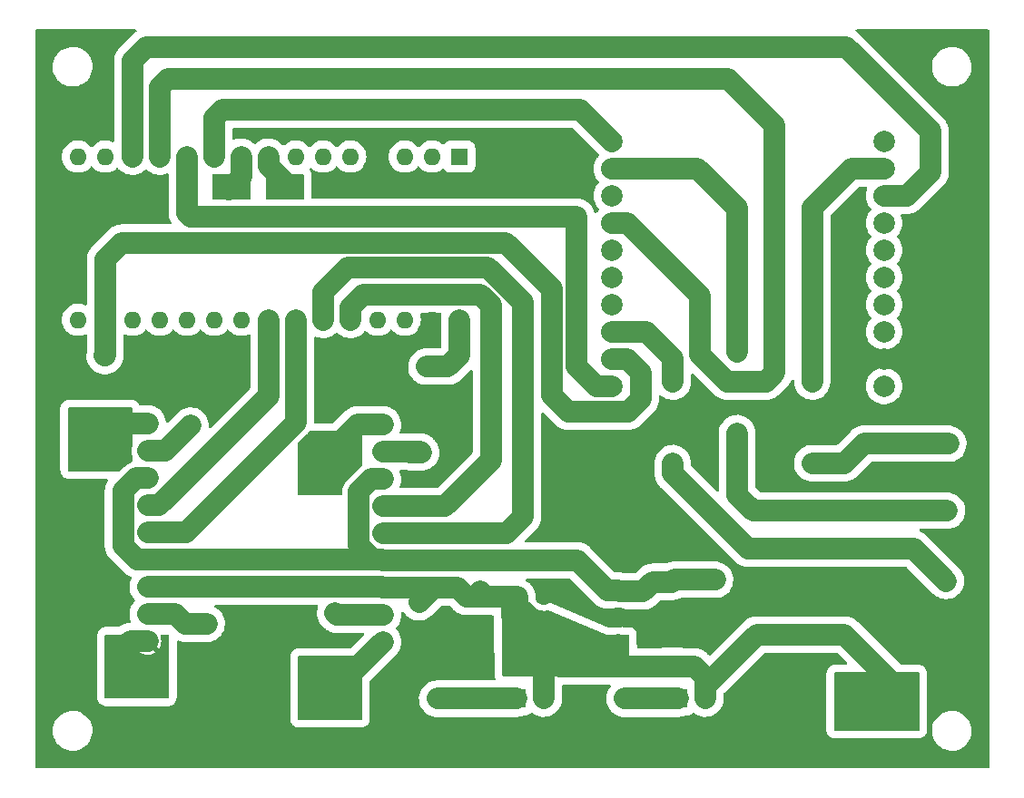
<source format=gbr>
%TF.GenerationSoftware,KiCad,Pcbnew,7.0.2*%
%TF.CreationDate,2024-06-22T09:05:20+09:00*%
%TF.ProjectId,____,4b734b28-2e6b-4696-9361-645f70636258,rev?*%
%TF.SameCoordinates,PX4e33880PY7bfa480*%
%TF.FileFunction,Copper,L2,Bot*%
%TF.FilePolarity,Positive*%
%FSLAX46Y46*%
G04 Gerber Fmt 4.6, Leading zero omitted, Abs format (unit mm)*
G04 Created by KiCad (PCBNEW 7.0.2) date 2024-06-22 09:05:20*
%MOMM*%
%LPD*%
G01*
G04 APERTURE LIST*
%TA.AperFunction,ComponentPad*%
%ADD10C,1.600000*%
%TD*%
%TA.AperFunction,ComponentPad*%
%ADD11O,1.600000X1.600000*%
%TD*%
%TA.AperFunction,ComponentPad*%
%ADD12C,1.524000*%
%TD*%
%TA.AperFunction,ComponentPad*%
%ADD13R,1.600000X1.600000*%
%TD*%
%TA.AperFunction,ComponentPad*%
%ADD14R,1.700000X1.700000*%
%TD*%
%TA.AperFunction,ComponentPad*%
%ADD15O,1.700000X1.700000*%
%TD*%
%TA.AperFunction,ComponentPad*%
%ADD16R,1.800000X1.800000*%
%TD*%
%TA.AperFunction,ComponentPad*%
%ADD17C,1.800000*%
%TD*%
%TA.AperFunction,ComponentPad*%
%ADD18R,2.000000X1.905000*%
%TD*%
%TA.AperFunction,ComponentPad*%
%ADD19O,2.000000X1.905000*%
%TD*%
%TA.AperFunction,ComponentPad*%
%ADD20C,2.000000*%
%TD*%
%TA.AperFunction,ViaPad*%
%ADD21C,0.800000*%
%TD*%
%TA.AperFunction,Conductor*%
%ADD22C,2.000000*%
%TD*%
%TA.AperFunction,Conductor*%
%ADD23C,1.000000*%
%TD*%
G04 APERTURE END LIST*
D10*
%TO.P,R2,1*%
%TO.N,Net-(D2-A)*%
X72981387Y29000000D03*
D11*
%TO.P,R2,2*%
%TO.N,SLEEP*%
X72981387Y36620000D03*
%TD*%
D12*
%TO.P,MD2,1,GND*%
%TO.N,GND*%
X11000000Y35240000D03*
%TO.P,MD2,2,OUT1*%
%TO.N,M2OUT1*%
X11000000Y32700000D03*
%TO.P,MD2,3,CD1*%
%TO.N,Net-(MD2-CD1)*%
X11000000Y30160000D03*
%TO.P,MD2,4,VR*%
%TO.N,+5V*%
X11000000Y27620000D03*
%TO.P,MD2,5,IN1*%
%TO.N,M2IN1*%
X11000000Y25080000D03*
%TO.P,MD2,6,IN2*%
%TO.N,M2IN2*%
X11000000Y22540000D03*
%TO.P,MD2,7,VCC1*%
%TO.N,+5V*%
X11000000Y20000000D03*
%TO.P,MD2,8,VCC2*%
%TO.N,+BATT*%
X11000000Y17460000D03*
%TO.P,MD2,9,CD2*%
%TO.N,Net-(MD2-CD2)*%
X11000000Y14920000D03*
%TO.P,MD2,10,OUT2*%
%TO.N,M2OUT2*%
X11000000Y12380000D03*
%TD*%
D13*
%TO.P,A1,1,TX1*%
%TO.N,unconnected-(A1-TX1-Pad1)*%
X40050000Y57610000D03*
D11*
%TO.P,A1,2,RX1*%
%TO.N,unconnected-(A1-RX1-Pad2)*%
X37510000Y57610000D03*
%TO.P,A1,3,~{RESET}*%
%TO.N,unconnected-(A1-~{RESET}-Pad3)*%
X34970000Y57610000D03*
%TO.P,A1,4,GND*%
%TO.N,GND*%
X32430000Y57610000D03*
%TO.P,A1,5,D2*%
%TO.N,unconnected-(A1-D2-Pad5)*%
X29890000Y57610000D03*
%TO.P,A1,6,D3*%
%TO.N,unconnected-(A1-D3-Pad6)*%
X27350000Y57610000D03*
%TO.P,A1,7,D4*%
%TO.N,unconnected-(A1-D4-Pad7)*%
X24810000Y57610000D03*
%TO.P,A1,8,D5*%
%TO.N,SERVO1*%
X22270000Y57610000D03*
%TO.P,A1,9,D6*%
%TO.N,SERVO2*%
X19730000Y57610000D03*
%TO.P,A1,10,D7*%
%TO.N,BUSY*%
X17190000Y57610000D03*
%TO.P,A1,11,D8*%
%TO.N,RESET*%
X14650000Y57610000D03*
%TO.P,A1,12,D9*%
%TO.N,TX920*%
X12110000Y57610000D03*
%TO.P,A1,13,D10*%
%TO.N,RX920*%
X9570000Y57610000D03*
%TO.P,A1,14,MOSI*%
%TO.N,unconnected-(A1-MOSI-Pad14)*%
X7030000Y57610000D03*
%TO.P,A1,15,MISO*%
%TO.N,unconnected-(A1-MISO-Pad15)*%
X4490000Y57610000D03*
%TO.P,A1,16,SCK*%
%TO.N,unconnected-(A1-SCK-Pad16)*%
X4490000Y42370000D03*
%TO.P,A1,17,3V3*%
%TO.N,+3.3V*%
X7030000Y42370000D03*
%TO.P,A1,18,AREF*%
%TO.N,unconnected-(A1-AREF-Pad18)*%
X9570000Y42370000D03*
%TO.P,A1,19,A0*%
%TO.N,unconnected-(A1-A0-Pad19)*%
X12110000Y42370000D03*
%TO.P,A1,20,A1*%
%TO.N,unconnected-(A1-A1-Pad20)*%
X14650000Y42370000D03*
%TO.P,A1,21,A2*%
%TO.N,unconnected-(A1-A2-Pad21)*%
X17190000Y42370000D03*
%TO.P,A1,22,A3*%
%TO.N,unconnected-(A1-A3-Pad22)*%
X19730000Y42370000D03*
%TO.P,A1,23,SDA/A4*%
%TO.N,M2IN1*%
X22270000Y42370000D03*
%TO.P,A1,24,SCL/A5*%
%TO.N,M2IN2*%
X24810000Y42370000D03*
%TO.P,A1,25,A6*%
%TO.N,M1IN2*%
X27350000Y42370000D03*
%TO.P,A1,26,A7*%
%TO.N,M1IN1*%
X29890000Y42370000D03*
%TO.P,A1,27,+5V*%
%TO.N,unconnected-(A1-+5V-Pad27)*%
X32430000Y42370000D03*
%TO.P,A1,28,~{RESET}*%
%TO.N,unconnected-(A1-~{RESET}-Pad28)*%
X34970000Y42370000D03*
%TO.P,A1,29,GND*%
%TO.N,GND*%
X37510000Y42370000D03*
%TO.P,A1,30,VIN*%
%TO.N,+BATT*%
X40050000Y42370000D03*
%TD*%
D10*
%TO.P,C7,1*%
%TO.N,Net-(MD1-CD1)*%
X36500000Y30000000D03*
%TO.P,C7,2*%
%TO.N,GND*%
X39000000Y30000000D03*
%TD*%
%TO.P,R3,1*%
%TO.N,Net-(D3-A)*%
X65981387Y31800000D03*
D11*
%TO.P,R3,2*%
%TO.N,XMIT*%
X65981387Y39420000D03*
%TD*%
D10*
%TO.P,C3,1*%
%TO.N,+BATT*%
X71664332Y12912610D03*
%TO.P,C3,2*%
%TO.N,GND*%
X71664332Y10412610D03*
%TD*%
%TO.P,C8,1*%
%TO.N,Net-(MD1-CD2)*%
X28500000Y15000000D03*
%TO.P,C8,2*%
%TO.N,GND*%
X26000000Y15000000D03*
%TD*%
%TO.P,C4,1*%
%TO.N,+BATT*%
X45475000Y16500000D03*
%TO.P,C4,2*%
%TO.N,GND*%
X47975000Y16500000D03*
%TD*%
%TO.P,C6,1*%
%TO.N,+5V*%
X63913960Y18101040D03*
%TO.P,C6,2*%
%TO.N,GND*%
X63913960Y15601040D03*
%TD*%
D14*
%TO.P,J3,1,Pin_1*%
%TO.N,SERVO1*%
X60475000Y7000000D03*
D15*
%TO.P,J3,2,Pin_2*%
%TO.N,+BATT*%
X63015000Y7000000D03*
%TO.P,J3,3,Pin_3*%
%TO.N,GND*%
X65555000Y7000000D03*
%TD*%
D10*
%TO.P,C10,1*%
%TO.N,Net-(MD2-CD2)*%
X16500000Y14000000D03*
%TO.P,C10,2*%
%TO.N,GND*%
X19000000Y14000000D03*
%TD*%
%TO.P,C1,1*%
%TO.N,+3.3V*%
X7000000Y39000000D03*
%TO.P,C1,2*%
%TO.N,GND*%
X7000000Y36500000D03*
%TD*%
D14*
%TO.P,J4,1,Pin_1*%
%TO.N,SERVO2*%
X45395000Y7000000D03*
D15*
%TO.P,J4,2,Pin_2*%
%TO.N,+BATT*%
X47935000Y7000000D03*
%TO.P,J4,3,Pin_3*%
%TO.N,GND*%
X50475000Y7000000D03*
%TD*%
D10*
%TO.P,C2,1*%
%TO.N,+3.3V*%
X52588652Y33782080D03*
%TO.P,C2,2*%
%TO.N,GND*%
X52588652Y31282080D03*
%TD*%
%TO.P,R1,1*%
%TO.N,Net-(D1-A)*%
X59981387Y29000000D03*
D11*
%TO.P,R1,2*%
%TO.N,STATUS*%
X59981387Y36620000D03*
%TD*%
D16*
%TO.P,D2,1,K*%
%TO.N,GND*%
X88202161Y30803543D03*
D17*
%TO.P,D2,2,A*%
%TO.N,Net-(D2-A)*%
X85662161Y30803543D03*
%TD*%
D13*
%TO.P,D4,1,K*%
%TO.N,+BATT*%
X59913960Y10291040D03*
D11*
%TO.P,D4,2,A*%
%TO.N,+5V*%
X59913960Y17911040D03*
%TD*%
D10*
%TO.P,C9,1*%
%TO.N,Net-(MD2-CD1)*%
X15000000Y32500000D03*
%TO.P,C9,2*%
%TO.N,GND*%
X15000000Y35000000D03*
%TD*%
D18*
%TO.P,U2,1,VI*%
%TO.N,+BATT*%
X54913960Y12021040D03*
D19*
%TO.P,U2,2,GND*%
%TO.N,GND*%
X54913960Y14561040D03*
%TO.P,U2,3,VO*%
%TO.N,+5V*%
X54913960Y17101040D03*
%TD*%
D16*
%TO.P,D3,1,K*%
%TO.N,GND*%
X88097255Y24542250D03*
D17*
%TO.P,D3,2,A*%
%TO.N,Net-(D3-A)*%
X85557255Y24542250D03*
%TD*%
D20*
%TO.P,U1,1,IO1/RTS/BUSY*%
%TO.N,BUSY*%
X54281387Y59045000D03*
%TO.P,U1,2,IO2*%
%TO.N,unconnected-(U1-IO2-Pad2)*%
X79681387Y59045000D03*
%TO.P,U1,3,IO3*%
%TO.N,XMIT*%
X54281387Y56505000D03*
%TO.P,U1,4,IO4*%
%TO.N,SLEEP*%
X79681387Y56505000D03*
%TO.P,U1,5,IO5*%
%TO.N,unconnected-(U1-IO5-Pad5)*%
X54281387Y53965000D03*
%TO.P,U1,6,IO6/RxD*%
%TO.N,RX920*%
X79681387Y53965000D03*
%TO.P,U1,7,IO7/TxD*%
%TO.N,TX920*%
X54281387Y51425000D03*
%TO.P,U1,8,IO8*%
%TO.N,unconnected-(U1-IO8-Pad8)*%
X79681387Y51425000D03*
%TO.P,U1,9,IO9*%
%TO.N,unconnected-(U1-IO9-Pad9)*%
X54281387Y48885000D03*
%TO.P,U1,10,IO10*%
%TO.N,unconnected-(U1-IO10-Pad10)*%
X79681387Y48885000D03*
%TO.P,U1,11,NC*%
%TO.N,unconnected-(U1-NC-Pad11)*%
X54281387Y46345000D03*
%TO.P,U1,12,NC*%
%TO.N,unconnected-(U1-NC-Pad12)*%
X79681387Y46345000D03*
%TO.P,U1,13,NC*%
%TO.N,unconnected-(U1-NC-Pad13)*%
X54281387Y43805000D03*
%TO.P,U1,14,NC*%
%TO.N,unconnected-(U1-NC-Pad14)*%
X79681387Y43805000D03*
%TO.P,U1,15,STATUS*%
%TO.N,STATUS*%
X54281387Y41265000D03*
%TO.P,U1,16,REG*%
%TO.N,REG*%
X79681387Y41265000D03*
%TO.P,U1,17,VCC*%
%TO.N,+3.3V*%
X54281387Y38725000D03*
%TO.P,U1,18,GND*%
%TO.N,GND*%
X79681387Y38725000D03*
%TO.P,U1,19,RESET*%
%TO.N,RESET*%
X54281387Y36185000D03*
%TO.P,U1,20,TEST*%
%TO.N,unconnected-(U1-TEST-Pad20)*%
X79681387Y36185000D03*
%TD*%
D10*
%TO.P,C5,1*%
%TO.N,+5V*%
X49000000Y20000000D03*
%TO.P,C5,2*%
%TO.N,GND*%
X49000000Y22500000D03*
%TD*%
D16*
%TO.P,D1,1,K*%
%TO.N,GND*%
X88000000Y18000000D03*
D17*
%TO.P,D1,2,A*%
%TO.N,Net-(D1-A)*%
X85460000Y18000000D03*
%TD*%
D12*
%TO.P,MD1,1,GND*%
%TO.N,GND*%
X32944037Y35152145D03*
%TO.P,MD1,2,OUT1*%
%TO.N,M1OUT1*%
X32944037Y32612145D03*
%TO.P,MD1,3,CD1*%
%TO.N,Net-(MD1-CD1)*%
X32944037Y30072145D03*
%TO.P,MD1,4,VR*%
%TO.N,+5V*%
X32944037Y27532145D03*
%TO.P,MD1,5,IN1*%
%TO.N,M1IN1*%
X32944037Y24992145D03*
%TO.P,MD1,6,IN2*%
%TO.N,M1IN2*%
X32944037Y22452145D03*
%TO.P,MD1,7,VCC1*%
%TO.N,+5V*%
X32944037Y19912145D03*
%TO.P,MD1,8,VCC2*%
%TO.N,+BATT*%
X32944037Y17372145D03*
%TO.P,MD1,9,CD2*%
%TO.N,Net-(MD1-CD2)*%
X32944037Y14832145D03*
%TO.P,MD1,10,OUT2*%
%TO.N,M1OUT2*%
X32944037Y12292145D03*
%TD*%
D21*
%TO.N,+BATT*%
X42000000Y17000000D03*
X37000000Y38000000D03*
X36300500Y16000000D03*
%TO.N,GND*%
X39000000Y34000000D03*
X51000000Y24000000D03*
%TO.N,SERVO1*%
X23625396Y54687912D03*
X55475000Y7000000D03*
%TO.N,SERVO2*%
X38000000Y7000000D03*
X18540823Y54687912D03*
%TD*%
D22*
%TO.N,RX920*%
X81826387Y53965000D02*
X79681387Y53965000D01*
X84000000Y56138613D02*
X81826387Y53965000D01*
X76174021Y67825979D02*
X84000000Y60000000D01*
X84000000Y60000000D02*
X84000000Y56138613D01*
X10825979Y67825979D02*
X76174021Y67825979D01*
X9570000Y66570000D02*
X10825979Y67825979D01*
X9570000Y57610000D02*
X9570000Y66570000D01*
%TO.N,+BATT*%
X39000000Y38000000D02*
X37000000Y38000000D01*
X39872145Y17372145D02*
X40744290Y16500000D01*
X49475000Y10000000D02*
X62000000Y10000000D01*
X76000000Y13000000D02*
X81000000Y8000000D01*
X67812919Y13000000D02*
X76000000Y13000000D01*
X45475000Y16500000D02*
X42500000Y16500000D01*
X40050000Y39050000D02*
X39000000Y38000000D01*
X36300500Y16000000D02*
X37672645Y17372145D01*
X63015000Y7000000D02*
X63015000Y8202081D01*
X11000000Y17460000D02*
X32856182Y17460000D01*
X42500000Y16500000D02*
X42000000Y17000000D01*
X37672645Y17372145D02*
X39872145Y17372145D01*
X50015000Y10000000D02*
X52892920Y10000000D01*
X45475000Y14540000D02*
X50015000Y10000000D01*
X52892920Y10000000D02*
X54913960Y12021040D01*
X63015000Y8985000D02*
X63015000Y7000000D01*
X32856182Y17460000D02*
X32944037Y17372145D01*
X49475000Y12500000D02*
X49475000Y10000000D01*
X40050000Y42370000D02*
X40050000Y39050000D01*
X32944037Y17372145D02*
X39872145Y17372145D01*
X40744290Y16500000D02*
X42500000Y16500000D01*
X63015000Y8202081D02*
X67812919Y13000000D01*
X47935000Y14040000D02*
X47935000Y7000000D01*
X62000000Y10000000D02*
X63015000Y8985000D01*
X45475000Y16500000D02*
X45475000Y14540000D01*
%TO.N,+3.3V*%
X7030000Y48030000D02*
X7030000Y42370000D01*
X8577233Y49577233D02*
X7030000Y48030000D01*
X56981387Y37439213D02*
X56981387Y34981387D01*
X7030000Y42370000D02*
X7030000Y39030000D01*
X56981387Y34981387D02*
X55810000Y33810000D01*
X48700000Y35300000D02*
X48700000Y45300000D01*
X7030000Y39030000D02*
X7000000Y39000000D01*
X55810000Y33810000D02*
X50190000Y33810000D01*
X50190000Y33810000D02*
X48700000Y35300000D01*
X48700000Y45300000D02*
X44422767Y49577233D01*
X54281387Y38725000D02*
X55695600Y38725000D01*
X44422767Y49577233D02*
X8577233Y49577233D01*
X55695600Y38725000D02*
X56981387Y37439213D01*
%TO.N,Net-(D1-A)*%
X82460000Y21000000D02*
X85460000Y18000000D01*
X67000000Y21000000D02*
X82460000Y21000000D01*
X59981387Y28018613D02*
X67000000Y21000000D01*
X59981387Y29000000D02*
X59981387Y28018613D01*
%TO.N,Net-(D2-A)*%
X76000000Y29000000D02*
X77803543Y30803543D01*
X77803543Y30803543D02*
X85662161Y30803543D01*
X72981387Y29000000D02*
X76000000Y29000000D01*
%TO.N,Net-(D3-A)*%
X66981387Y25000000D02*
X67000000Y25000000D01*
X67000000Y25000000D02*
X67457750Y24542250D01*
X67457750Y24542250D02*
X85557255Y24542250D01*
X65981387Y26000000D02*
X66981387Y25000000D01*
X65981387Y31800000D02*
X65981387Y26000000D01*
%TO.N,M1OUT1*%
X32944037Y32612145D02*
X30612145Y32612145D01*
X30612145Y32612145D02*
X29000000Y31000000D01*
%TO.N,BUSY*%
X51326387Y62000000D02*
X18000000Y62000000D01*
X54281387Y59045000D02*
X51326387Y62000000D01*
X18000000Y62000000D02*
X17190000Y61190000D01*
X17190000Y61190000D02*
X17190000Y57610000D01*
%TO.N,XMIT*%
X62286387Y56505000D02*
X65981387Y52810000D01*
X65981387Y52810000D02*
X65981387Y39420000D01*
X54281387Y56505000D02*
X62286387Y56505000D01*
%TO.N,SLEEP*%
X72981387Y52810000D02*
X76676387Y56505000D01*
X76676387Y56505000D02*
X79681387Y56505000D01*
X72981387Y52810000D02*
X72981387Y36620000D01*
%TO.N,TX920*%
X62481387Y39163671D02*
X62481387Y44639213D01*
X68681387Y36620000D02*
X65025058Y36620000D01*
X69481387Y60518613D02*
X69481387Y37420000D01*
X65100000Y64900000D02*
X69481387Y60518613D01*
X12900000Y64900000D02*
X65100000Y64900000D01*
X55695600Y51425000D02*
X54281387Y51425000D01*
X12110000Y57610000D02*
X12110000Y64110000D01*
X62481387Y44639213D02*
X55695600Y51425000D01*
X65025058Y36620000D02*
X62481387Y39163671D01*
X12110000Y64110000D02*
X12900000Y64900000D01*
X69481387Y37420000D02*
X68681387Y36620000D01*
%TO.N,STATUS*%
X59981387Y38810000D02*
X59981387Y36620000D01*
X54281387Y41265000D02*
X57526387Y41265000D01*
X57526387Y41265000D02*
X59981387Y38810000D01*
D23*
%TO.N,GND*%
X53062700Y14561040D02*
X54913960Y14561040D01*
X51123740Y16500000D02*
X53062700Y14561040D01*
X47975000Y16500000D02*
X51123740Y16500000D01*
D22*
%TO.N,RESET*%
X15000000Y52000000D02*
X51000000Y52000000D01*
X14650000Y57610000D02*
X14650000Y52350000D01*
X14650000Y52350000D02*
X15000000Y52000000D01*
X51000000Y52000000D02*
X51000000Y38052174D01*
X52867174Y36185000D02*
X54281387Y36185000D01*
X51000000Y38052174D02*
X52867174Y36185000D01*
%TO.N,M1IN1*%
X29890000Y43501370D02*
X31088630Y44700000D01*
X31088630Y44700000D02*
X42047308Y44700000D01*
X29890000Y42370000D02*
X29890000Y43501370D01*
X42047308Y44700000D02*
X43000000Y43747308D01*
X43000000Y29252692D02*
X38747308Y25000000D01*
X38747308Y25000000D02*
X32951892Y25000000D01*
X43000000Y43747308D02*
X43000000Y29252692D01*
X32951892Y25000000D02*
X32944037Y24992145D01*
%TO.N,M1IN2*%
X32944037Y22452145D02*
X44452145Y22452145D01*
X42722767Y47277233D02*
X29627233Y47277233D01*
X27350000Y45000000D02*
X27350000Y42370000D01*
X46000000Y24000000D02*
X46000000Y44000000D01*
X29627233Y47277233D02*
X27350000Y45000000D01*
X44452145Y22452145D02*
X46000000Y24000000D01*
X46000000Y44000000D02*
X42722767Y47277233D01*
%TO.N,+5V*%
X57182252Y17000000D02*
X55015000Y17000000D01*
X9922370Y27620000D02*
X8700000Y26397630D01*
X54913960Y17101040D02*
X53898960Y17101040D01*
X32944037Y27532145D02*
X31866407Y27532145D01*
X60103960Y18101040D02*
X59913960Y17911040D01*
X10000000Y20000000D02*
X11000000Y20000000D01*
X30644037Y21355963D02*
X32000000Y20000000D01*
X58093292Y17911040D02*
X57182252Y17000000D01*
X8700000Y26397630D02*
X8700000Y21300000D01*
X30644037Y26309775D02*
X30644037Y21355963D01*
X55015000Y17000000D02*
X54913960Y17101040D01*
X53898960Y17101040D02*
X51087855Y19912145D01*
X31866407Y27532145D02*
X30644037Y26309775D01*
X11000000Y27620000D02*
X9922370Y27620000D01*
X51087855Y19912145D02*
X32944037Y19912145D01*
X11000000Y20000000D02*
X32000000Y20000000D01*
X32856182Y20000000D02*
X32944037Y19912145D01*
X59913960Y17911040D02*
X58093292Y17911040D01*
X32000000Y20000000D02*
X32856182Y20000000D01*
X63913960Y18101040D02*
X60103960Y18101040D01*
X8700000Y21300000D02*
X10000000Y20000000D01*
%TO.N,M1OUT2*%
X28000000Y7000000D02*
X28000000Y7348108D01*
X32944037Y12292145D02*
X28000000Y7348108D01*
%TO.N,M2OUT1*%
X8700000Y32700000D02*
X8000000Y32000000D01*
X11000000Y32700000D02*
X8700000Y32700000D01*
%TO.N,M2IN1*%
X11000000Y25080000D02*
X12077630Y25080000D01*
X22270000Y35272370D02*
X22270000Y42370000D01*
X12077630Y25080000D02*
X22270000Y35272370D01*
%TO.N,M2IN2*%
X14540000Y22540000D02*
X24810000Y32810000D01*
X24810000Y32810000D02*
X24810000Y42370000D01*
X11000000Y22540000D02*
X14540000Y22540000D01*
%TO.N,M2OUT2*%
X9380000Y12380000D02*
X8000000Y11000000D01*
X11000000Y12380000D02*
X9380000Y12380000D01*
%TO.N,SERVO1*%
X23625396Y55374604D02*
X23625396Y54687912D01*
X23625396Y54687912D02*
X24312088Y54687912D01*
X22270000Y57610000D02*
X22270000Y56730000D01*
X24312088Y54687912D02*
X24000000Y55000000D01*
X60475000Y7000000D02*
X55475000Y7000000D01*
X22270000Y56730000D02*
X23625396Y55374604D01*
%TO.N,SERVO2*%
X19730000Y57610000D02*
X19730000Y55730000D01*
X19730000Y55730000D02*
X18687912Y54687912D01*
X18540823Y54540823D02*
X19000000Y55000000D01*
X45395000Y7000000D02*
X38000000Y7000000D01*
X18540823Y54687912D02*
X18540823Y54540823D01*
X18687912Y54687912D02*
X18540823Y54687912D01*
%TO.N,Net-(MD1-CD1)*%
X32944037Y30072145D02*
X36427855Y30072145D01*
X36427855Y30072145D02*
X36500000Y30000000D01*
X36500000Y30000000D02*
X35500000Y30000000D01*
%TO.N,Net-(MD1-CD2)*%
X32944037Y14832145D02*
X28667855Y14832145D01*
X28667855Y14832145D02*
X28500000Y15000000D01*
%TO.N,Net-(MD2-CD1)*%
X11000000Y30160000D02*
X12660000Y30160000D01*
X12660000Y30160000D02*
X15000000Y32500000D01*
%TO.N,Net-(MD2-CD2)*%
X13580000Y14920000D02*
X14500000Y14000000D01*
X11000000Y14920000D02*
X13580000Y14920000D01*
X16500000Y14000000D02*
X14500000Y14000000D01*
%TD*%
%TA.AperFunction,Conductor*%
%TO.N,M1OUT2*%
G36*
X30943039Y10980315D02*
G01*
X30988794Y10927511D01*
X31000000Y10876000D01*
X31000000Y5124000D01*
X30980315Y5056961D01*
X30927511Y5011206D01*
X30876000Y5000000D01*
X25124000Y5000000D01*
X25056961Y5019685D01*
X25011206Y5072489D01*
X25000000Y5124000D01*
X25000000Y10876000D01*
X25019685Y10943039D01*
X25072489Y10988794D01*
X25124000Y11000000D01*
X30876000Y11000000D01*
X30943039Y10980315D01*
G37*
%TD.AperFunction*%
%TD*%
%TA.AperFunction,Conductor*%
%TO.N,+BATT*%
G36*
X44102203Y17022607D02*
G01*
X46781107Y15906397D01*
X46835417Y15862444D01*
X46842707Y15849729D01*
X46974953Y15660860D01*
X47135859Y15499954D01*
X47322264Y15369433D01*
X47322265Y15369433D01*
X47322266Y15369432D01*
X47528504Y15273261D01*
X47748308Y15214365D01*
X47899435Y15201144D01*
X47974999Y15194532D01*
X47974999Y15194533D01*
X47975000Y15194532D01*
X48201692Y15214365D01*
X48307141Y15242620D01*
X48376989Y15240957D01*
X48386911Y15237313D01*
X55837654Y12132836D01*
X55891964Y12088883D01*
X55913890Y12022543D01*
X55913960Y12018376D01*
X55913960Y9225040D01*
X55894275Y9158001D01*
X55841471Y9112246D01*
X55789960Y9101040D01*
X44170633Y9101040D01*
X44103594Y9120725D01*
X44057839Y9173529D01*
X44046647Y9223166D01*
X44003337Y12088883D01*
X43930532Y16906270D01*
X43949201Y16973598D01*
X44001308Y17020146D01*
X44070308Y17031134D01*
X44102203Y17022607D01*
G37*
%TD.AperFunction*%
%TD*%
%TA.AperFunction,Conductor*%
%TO.N,+BATT*%
G36*
X82943039Y9436592D02*
G01*
X82988794Y9383788D01*
X83000000Y9332277D01*
X83000000Y4124000D01*
X82980315Y4056961D01*
X82927511Y4011206D01*
X82876000Y4000000D01*
X75124000Y4000000D01*
X75056961Y4019685D01*
X75011206Y4072489D01*
X75000000Y4124000D01*
X75000000Y9332277D01*
X75019685Y9399316D01*
X75072489Y9445071D01*
X75124000Y9456277D01*
X82876000Y9456277D01*
X82943039Y9436592D01*
G37*
%TD.AperFunction*%
%TD*%
%TA.AperFunction,Conductor*%
%TO.N,GND*%
G36*
X9920894Y69479815D02*
G01*
X9966649Y69427011D01*
X9976593Y69357853D01*
X9947568Y69294297D01*
X9927123Y69275461D01*
X9891732Y69249541D01*
X9881831Y69242994D01*
X9844773Y69220964D01*
X9784500Y69171257D01*
X9778877Y69166886D01*
X9715864Y69120734D01*
X9685367Y69090238D01*
X9676584Y69082259D01*
X9643326Y69054831D01*
X9591353Y68996514D01*
X9586463Y68991335D01*
X8454196Y67859068D01*
X8441694Y67848138D01*
X8435284Y67843252D01*
X8356041Y67760912D01*
X8323161Y67728032D01*
X8323149Y67728020D01*
X8321478Y67726348D01*
X8319930Y67724543D01*
X8319921Y67724533D01*
X8313187Y67716680D01*
X8308406Y67711418D01*
X8254223Y67655117D01*
X8229413Y67619846D01*
X8222131Y67610480D01*
X8194066Y67577746D01*
X8152863Y67511369D01*
X8148935Y67505429D01*
X8104000Y67441545D01*
X8084866Y67402901D01*
X8079097Y67392531D01*
X8056365Y67355910D01*
X8025781Y67284030D01*
X8022805Y67277560D01*
X7988140Y67207548D01*
X7975132Y67166442D01*
X7971012Y67155306D01*
X7954134Y67115640D01*
X7934877Y67039919D01*
X7932924Y67033071D01*
X7909358Y66958603D01*
X7902778Y66916006D01*
X7900408Y66904380D01*
X7889779Y66862580D01*
X7882308Y66784826D01*
X7881424Y66777760D01*
X7869500Y66700556D01*
X7869500Y66657442D01*
X7868932Y66645585D01*
X7864808Y66602666D01*
X7869295Y66524693D01*
X7869500Y66517571D01*
X7869500Y59069919D01*
X7849815Y59002880D01*
X7797011Y58957125D01*
X7727853Y58947181D01*
X7686483Y58960864D01*
X7634808Y58988829D01*
X7399615Y59069571D01*
X7154335Y59110500D01*
X6905665Y59110500D01*
X6660384Y59069571D01*
X6425194Y58988830D01*
X6425190Y58988829D01*
X6425190Y58988828D01*
X6382032Y58965472D01*
X6206485Y58870471D01*
X6010255Y58717739D01*
X5851228Y58544990D01*
X5791341Y58508999D01*
X5721503Y58511100D01*
X5668770Y58544989D01*
X5509744Y58717738D01*
X5477652Y58742716D01*
X5313514Y58870471D01*
X5313510Y58870474D01*
X5313509Y58870474D01*
X5094810Y58988828D01*
X5094806Y58988830D01*
X5094805Y58988830D01*
X4859615Y59069571D01*
X4614335Y59110500D01*
X4365665Y59110500D01*
X4120384Y59069571D01*
X3885194Y58988830D01*
X3885190Y58988829D01*
X3885190Y58988828D01*
X3842032Y58965472D01*
X3666485Y58870471D01*
X3470259Y58717741D01*
X3470256Y58717739D01*
X3470256Y58717738D01*
X3304054Y58537194D01*
X3301837Y58534786D01*
X3165825Y58326605D01*
X3080035Y58131022D01*
X3065937Y58098881D01*
X3045617Y58018638D01*
X3004891Y57857817D01*
X2984356Y57610000D01*
X3004891Y57362184D01*
X3004891Y57362181D01*
X3004892Y57362179D01*
X3065937Y57121119D01*
X3097674Y57048766D01*
X3165825Y56893396D01*
X3165827Y56893393D01*
X3301836Y56685215D01*
X3470256Y56502262D01*
X3515680Y56466907D01*
X3666485Y56349530D01*
X3666487Y56349529D01*
X3666491Y56349526D01*
X3885190Y56231172D01*
X4120386Y56150429D01*
X4365665Y56109500D01*
X4614335Y56109500D01*
X4859614Y56150429D01*
X5094810Y56231172D01*
X5313509Y56349526D01*
X5509744Y56502262D01*
X5668771Y56675012D01*
X5728657Y56711001D01*
X5798495Y56708901D01*
X5851228Y56675012D01*
X6010256Y56502262D01*
X6055680Y56466907D01*
X6206485Y56349530D01*
X6206487Y56349529D01*
X6206491Y56349526D01*
X6425190Y56231172D01*
X6660386Y56150429D01*
X6905665Y56109500D01*
X7154335Y56109500D01*
X7399614Y56150429D01*
X7634810Y56231172D01*
X7853509Y56349526D01*
X8049744Y56502262D01*
X8074494Y56529149D01*
X8134378Y56565140D01*
X8204216Y56563041D01*
X8261389Y56524061D01*
X8341148Y56427347D01*
X8536082Y56253623D01*
X8755247Y56111694D01*
X8993509Y56004882D01*
X9245283Y55935694D01*
X9245287Y55935693D01*
X9504675Y55905748D01*
X9765593Y55915749D01*
X10021927Y55965462D01*
X10267668Y56053721D01*
X10497057Y56178459D01*
X10517178Y56193796D01*
X10704715Y56336749D01*
X10750355Y56384173D01*
X10811024Y56418828D01*
X10880799Y56415180D01*
X10922201Y56390762D01*
X10968469Y56349528D01*
X11076082Y56253623D01*
X11295247Y56111694D01*
X11533509Y56004882D01*
X11785283Y55935694D01*
X11785287Y55935693D01*
X12044675Y55905748D01*
X12305593Y55915749D01*
X12561927Y55965462D01*
X12783586Y56045073D01*
X12853333Y56049207D01*
X12914244Y56014977D01*
X12946979Y55953250D01*
X12949500Y55928371D01*
X12949500Y52472513D01*
X12948387Y52455935D01*
X12947310Y52447956D01*
X12949078Y52355743D01*
X12949500Y52333711D01*
X12949500Y52284823D01*
X12949681Y52282460D01*
X12949682Y52282445D01*
X12950475Y52272119D01*
X12950816Y52265005D01*
X12952312Y52186895D01*
X12959708Y52144419D01*
X12961182Y52132647D01*
X12964484Y52089654D01*
X12982279Y52013609D01*
X12983703Y52006629D01*
X12997107Y51929654D01*
X13010899Y51888810D01*
X13014154Y51877396D01*
X13023979Y51835414D01*
X13053181Y51762957D01*
X13055653Y51756277D01*
X13080644Y51682268D01*
X13100509Y51644009D01*
X13105470Y51633221D01*
X13121586Y51593234D01*
X13161505Y51526086D01*
X13164967Y51519862D01*
X13196634Y51458875D01*
X13210057Y51390307D01*
X13184279Y51325367D01*
X13127484Y51284672D01*
X13086585Y51277733D01*
X8699745Y51277733D01*
X8683168Y51278846D01*
X8680289Y51279235D01*
X8675186Y51279923D01*
X8562908Y51277771D01*
X8560944Y51277733D01*
X8512056Y51277733D01*
X8509696Y51277552D01*
X8509673Y51277551D01*
X8499348Y51276758D01*
X8492236Y51276417D01*
X8414128Y51274921D01*
X8371651Y51267525D01*
X8359879Y51266051D01*
X8322126Y51263152D01*
X8316889Y51262749D01*
X8289943Y51256444D01*
X8240842Y51244954D01*
X8233864Y51243532D01*
X8156892Y51230128D01*
X8116046Y51216335D01*
X8104633Y51213080D01*
X8062645Y51203254D01*
X7990184Y51174050D01*
X7983522Y51171585D01*
X7911069Y51147119D01*
X7909501Y51146589D01*
X7871236Y51126722D01*
X7860454Y51121764D01*
X7820463Y51105646D01*
X7753312Y51065725D01*
X7747088Y51062262D01*
X7677764Y51026268D01*
X7642982Y51000794D01*
X7633087Y50994251D01*
X7596029Y50972219D01*
X7535758Y50922514D01*
X7530136Y50918143D01*
X7467114Y50871985D01*
X7436621Y50841492D01*
X7427838Y50833513D01*
X7394580Y50806085D01*
X7342607Y50747768D01*
X7337717Y50742589D01*
X5914196Y49319068D01*
X5901694Y49308138D01*
X5895284Y49303252D01*
X5816041Y49220912D01*
X5783161Y49188032D01*
X5783149Y49188020D01*
X5781478Y49186348D01*
X5779930Y49184543D01*
X5779921Y49184533D01*
X5773187Y49176680D01*
X5768406Y49171418D01*
X5714223Y49115117D01*
X5689413Y49079846D01*
X5682131Y49070480D01*
X5654066Y49037746D01*
X5612863Y48971369D01*
X5608935Y48965429D01*
X5564000Y48901545D01*
X5544866Y48862901D01*
X5539097Y48852531D01*
X5516365Y48815910D01*
X5485781Y48744030D01*
X5482805Y48737560D01*
X5448140Y48667548D01*
X5435132Y48626442D01*
X5431012Y48615306D01*
X5414134Y48575640D01*
X5394877Y48499919D01*
X5392924Y48493071D01*
X5369358Y48418603D01*
X5362778Y48376006D01*
X5360408Y48364380D01*
X5349779Y48322580D01*
X5342308Y48244826D01*
X5341424Y48237760D01*
X5329500Y48160556D01*
X5329500Y48117442D01*
X5328932Y48105585D01*
X5324808Y48062666D01*
X5329295Y47984693D01*
X5329500Y47977571D01*
X5329500Y43829919D01*
X5309815Y43762880D01*
X5257011Y43717125D01*
X5187853Y43707181D01*
X5146483Y43720864D01*
X5094808Y43748829D01*
X4859615Y43829571D01*
X4614335Y43870500D01*
X4365665Y43870500D01*
X4120384Y43829571D01*
X3885194Y43748830D01*
X3885190Y43748829D01*
X3885190Y43748828D01*
X3833517Y43720864D01*
X3666485Y43630471D01*
X3470259Y43477741D01*
X3470256Y43477739D01*
X3470256Y43477738D01*
X3311230Y43304990D01*
X3301837Y43294786D01*
X3165825Y43086605D01*
X3075780Y42881322D01*
X3065937Y42858881D01*
X3040545Y42758609D01*
X3004891Y42617817D01*
X2984356Y42370001D01*
X3004891Y42122184D01*
X3004891Y42122181D01*
X3004892Y42122179D01*
X3065937Y41881119D01*
X3110960Y41778477D01*
X3165825Y41653396D01*
X3165827Y41653393D01*
X3301836Y41445215D01*
X3470256Y41262262D01*
X3535667Y41211350D01*
X3666485Y41109530D01*
X3666487Y41109529D01*
X3666491Y41109526D01*
X3885190Y40991172D01*
X4120386Y40910429D01*
X4365665Y40869500D01*
X4614335Y40869500D01*
X4859614Y40910429D01*
X5094810Y40991172D01*
X5146482Y41019136D01*
X5214811Y41033731D01*
X5280183Y41009068D01*
X5321844Y40952978D01*
X5329500Y40910081D01*
X5329500Y39346324D01*
X5325675Y39315764D01*
X5319780Y39292582D01*
X5294929Y39033918D01*
X5294809Y39032664D01*
X5309805Y38771991D01*
X5357618Y38548456D01*
X5364420Y38516655D01*
X5376722Y38484362D01*
X5439618Y38319251D01*
X5457371Y38272649D01*
X5586479Y38045693D01*
X5748720Y37841104D01*
X5940289Y37663678D01*
X6156697Y37517575D01*
X6392870Y37406219D01*
X6643276Y37332219D01*
X6902042Y37297311D01*
X6902043Y37297312D01*
X6902044Y37297311D01*
X7006466Y37299312D01*
X7163104Y37302313D01*
X7420343Y37347107D01*
X7667729Y37430643D01*
X7899465Y37550964D01*
X8110119Y37705249D01*
X8145802Y37740933D01*
X8158317Y37751873D01*
X8164716Y37756750D01*
X8243959Y37839090D01*
X8278522Y37873652D01*
X8286845Y37883361D01*
X8291583Y37888576D01*
X8345778Y37944886D01*
X8370585Y37980156D01*
X8377862Y37989516D01*
X8405931Y38022251D01*
X8447147Y38088651D01*
X8451049Y38094551D01*
X8495999Y38158456D01*
X8515133Y38197104D01*
X8520897Y38207464D01*
X8543637Y38244096D01*
X8574230Y38315999D01*
X8577195Y38322445D01*
X8578320Y38324717D01*
X8611859Y38392453D01*
X8624868Y38433560D01*
X8628988Y38444695D01*
X8631824Y38451361D01*
X8645866Y38484362D01*
X8665122Y38560085D01*
X8667073Y38566925D01*
X8670100Y38576489D01*
X8690641Y38641395D01*
X8697225Y38684031D01*
X8699586Y38695606D01*
X8710220Y38737417D01*
X8717691Y38815184D01*
X8718575Y38822245D01*
X8730500Y38899448D01*
X8730500Y38942559D01*
X8731068Y38954417D01*
X8735191Y38997335D01*
X8730705Y39075308D01*
X8730500Y39082430D01*
X8730500Y40910081D01*
X8750185Y40977120D01*
X8802989Y41022875D01*
X8872147Y41032819D01*
X8913517Y41019136D01*
X8965190Y40991172D01*
X9200386Y40910429D01*
X9445665Y40869500D01*
X9694335Y40869500D01*
X9939614Y40910429D01*
X10174810Y40991172D01*
X10393509Y41109526D01*
X10589744Y41262262D01*
X10748771Y41435012D01*
X10808657Y41471001D01*
X10878495Y41468901D01*
X10931228Y41435012D01*
X11090256Y41262262D01*
X11155667Y41211350D01*
X11286485Y41109530D01*
X11286487Y41109529D01*
X11286491Y41109526D01*
X11505190Y40991172D01*
X11740386Y40910429D01*
X11985665Y40869500D01*
X12234335Y40869500D01*
X12479614Y40910429D01*
X12714810Y40991172D01*
X12933509Y41109526D01*
X13129744Y41262262D01*
X13288771Y41435012D01*
X13348657Y41471001D01*
X13418495Y41468901D01*
X13471228Y41435012D01*
X13630256Y41262262D01*
X13695667Y41211350D01*
X13826485Y41109530D01*
X13826487Y41109529D01*
X13826491Y41109526D01*
X14045190Y40991172D01*
X14280386Y40910429D01*
X14525665Y40869500D01*
X14774335Y40869500D01*
X15019614Y40910429D01*
X15254810Y40991172D01*
X15473509Y41109526D01*
X15669744Y41262262D01*
X15828771Y41435012D01*
X15888657Y41471001D01*
X15958495Y41468901D01*
X16011228Y41435012D01*
X16170256Y41262262D01*
X16235667Y41211350D01*
X16366485Y41109530D01*
X16366487Y41109529D01*
X16366491Y41109526D01*
X16585190Y40991172D01*
X16820386Y40910429D01*
X17065665Y40869500D01*
X17314335Y40869500D01*
X17559614Y40910429D01*
X17794810Y40991172D01*
X18013509Y41109526D01*
X18209744Y41262262D01*
X18368771Y41435012D01*
X18428657Y41471001D01*
X18498495Y41468901D01*
X18551228Y41435012D01*
X18710256Y41262262D01*
X18775667Y41211350D01*
X18906485Y41109530D01*
X18906487Y41109529D01*
X18906491Y41109526D01*
X19125190Y40991172D01*
X19360386Y40910429D01*
X19605665Y40869500D01*
X19854335Y40869500D01*
X20099614Y40910429D01*
X20334810Y40991172D01*
X20386482Y41019136D01*
X20454811Y41033731D01*
X20520183Y41009068D01*
X20561844Y40952978D01*
X20569500Y40910081D01*
X20569500Y36028103D01*
X20549815Y35961064D01*
X20533181Y35940422D01*
X16911600Y32318842D01*
X16850277Y32285357D01*
X16780585Y32290341D01*
X16724652Y32332213D01*
X16700235Y32397677D01*
X16700486Y32418368D01*
X16705191Y32467332D01*
X16690194Y32728010D01*
X16635580Y32983345D01*
X16542629Y33227351D01*
X16413521Y33454307D01*
X16397661Y33474307D01*
X16251282Y33658895D01*
X16225310Y33682949D01*
X16073701Y33823365D01*
X16059710Y33836323D01*
X15843302Y33982427D01*
X15607131Y34093781D01*
X15356725Y34167781D01*
X15097956Y34202690D01*
X14836898Y34197688D01*
X14579657Y34152894D01*
X14332269Y34069357D01*
X14100533Y33949036D01*
X13889880Y33794752D01*
X12905912Y32810784D01*
X12844589Y32777299D01*
X12774897Y32782283D01*
X12718964Y32824155D01*
X12694547Y32889619D01*
X12694324Y32893679D01*
X12694251Y32895593D01*
X12644538Y33151927D01*
X12556279Y33397668D01*
X12431541Y33627057D01*
X12431539Y33627061D01*
X12273250Y33834716D01*
X12085112Y34015780D01*
X11871546Y34165998D01*
X11637546Y34281860D01*
X11388608Y34360641D01*
X11231246Y34384947D01*
X11130555Y34400500D01*
X11130553Y34400500D01*
X10286875Y34400500D01*
X10219836Y34420185D01*
X10182855Y34462863D01*
X10181561Y34461990D01*
X10174373Y34472652D01*
X10174081Y34472989D01*
X10173979Y34473237D01*
X10139749Y34524011D01*
X10078073Y34615498D01*
X10032318Y34668302D01*
X9989718Y34713309D01*
X9989717Y34713310D01*
X9989715Y34713312D01*
X9854126Y34815980D01*
X9701358Y34881733D01*
X9701340Y34881740D01*
X9697905Y34883218D01*
X9694309Y34884274D01*
X9694306Y34884275D01*
X9630866Y34902903D01*
X9629543Y34903268D01*
X9600947Y34910980D01*
X9435818Y34931031D01*
X9435806Y34931032D01*
X9432098Y34931482D01*
X3680098Y34931482D01*
X3676804Y34931128D01*
X3676788Y34931127D01*
X3533437Y34915714D01*
X3533434Y34915714D01*
X3530127Y34915358D01*
X3526892Y34914655D01*
X3526878Y34914652D01*
X3478616Y34904152D01*
X3471182Y34902471D01*
X3471176Y34902470D01*
X3467284Y34901589D01*
X3463536Y34900215D01*
X3463531Y34900213D01*
X3307607Y34843030D01*
X3169688Y34750051D01*
X3166582Y34747957D01*
X3163757Y34745510D01*
X3163749Y34745503D01*
X3114804Y34703092D01*
X3114779Y34703070D01*
X3113778Y34702202D01*
X3112811Y34701287D01*
X3112808Y34701284D01*
X3068768Y34659600D01*
X2966100Y34524011D01*
X2900347Y34371243D01*
X2900338Y34371220D01*
X2898862Y34367789D01*
X2897807Y34364199D01*
X2897805Y34364191D01*
X2879177Y34300750D01*
X2878812Y34299427D01*
X2871100Y34270832D01*
X2851049Y34105703D01*
X2851048Y34105690D01*
X2850598Y34101982D01*
X2850598Y28349982D01*
X2850952Y28346688D01*
X2850953Y28346673D01*
X2858608Y28275478D01*
X2866722Y28200011D01*
X2867426Y28196774D01*
X2867428Y28196763D01*
X2877457Y28150665D01*
X2877928Y28148500D01*
X2880491Y28137168D01*
X2881866Y28133417D01*
X2881867Y28133416D01*
X2936635Y27984076D01*
X2939051Y27977490D01*
X3034123Y27836466D01*
X3079878Y27783662D01*
X3091723Y27771148D01*
X3122480Y27738653D01*
X3258069Y27635985D01*
X3410837Y27570232D01*
X3410845Y27570229D01*
X3414291Y27568746D01*
X3474849Y27550964D01*
X3481330Y27549061D01*
X3482653Y27548696D01*
X3511248Y27540985D01*
X3511258Y27540984D01*
X3511261Y27540983D01*
X3680098Y27520482D01*
X7171944Y27520482D01*
X7238983Y27500797D01*
X7284738Y27447993D01*
X7294682Y27378835D01*
X7273368Y27325144D01*
X7234000Y27269175D01*
X7214866Y27230531D01*
X7209097Y27220161D01*
X7186365Y27183540D01*
X7155781Y27111660D01*
X7152805Y27105190D01*
X7118140Y27035178D01*
X7105132Y26994072D01*
X7101012Y26982936D01*
X7084134Y26943270D01*
X7064877Y26867549D01*
X7062924Y26860701D01*
X7039358Y26786233D01*
X7032778Y26743636D01*
X7030408Y26732010D01*
X7019779Y26690210D01*
X7012308Y26612456D01*
X7011424Y26605390D01*
X6999500Y26528186D01*
X6999500Y26485072D01*
X6998932Y26473215D01*
X6994808Y26430296D01*
X6999295Y26352323D01*
X6999500Y26345201D01*
X6999500Y21422513D01*
X6998387Y21405935D01*
X6997310Y21397956D01*
X6998591Y21331157D01*
X6999500Y21283711D01*
X6999500Y21234823D01*
X6999681Y21232460D01*
X6999682Y21232445D01*
X7000475Y21222119D01*
X7000816Y21215005D01*
X7002312Y21136895D01*
X7009708Y21094419D01*
X7011182Y21082647D01*
X7014484Y21039654D01*
X7032279Y20963609D01*
X7033703Y20956629D01*
X7047107Y20879654D01*
X7060899Y20838810D01*
X7064154Y20827396D01*
X7073979Y20785414D01*
X7103181Y20712957D01*
X7105653Y20706277D01*
X7130644Y20632268D01*
X7150509Y20594009D01*
X7155470Y20583221D01*
X7171586Y20543234D01*
X7211505Y20476086D01*
X7214967Y20469862D01*
X7235146Y20430999D01*
X7250964Y20400535D01*
X7276440Y20365751D01*
X7282980Y20355859D01*
X7305017Y20318793D01*
X7354721Y20258522D01*
X7359094Y20252898D01*
X7405248Y20189881D01*
X7435731Y20159399D01*
X7443716Y20150611D01*
X7471148Y20117348D01*
X7529465Y20065376D01*
X7534646Y20060484D01*
X8710934Y18884196D01*
X8721869Y18871687D01*
X8726750Y18865284D01*
X8809089Y18786041D01*
X8843652Y18751478D01*
X8845459Y18749929D01*
X8845463Y18749925D01*
X8853329Y18743180D01*
X8858599Y18738392D01*
X8880925Y18716906D01*
X8914886Y18684222D01*
X8950162Y18659410D01*
X8959514Y18652138D01*
X8992251Y18624069D01*
X9058635Y18582863D01*
X9064551Y18578950D01*
X9128456Y18534001D01*
X9160562Y18518105D01*
X9167094Y18514870D01*
X9177456Y18509106D01*
X9214097Y18486362D01*
X9214099Y18486361D01*
X9285978Y18455778D01*
X9292452Y18452801D01*
X9362453Y18418141D01*
X9375058Y18414152D01*
X9403553Y18405134D01*
X9414668Y18401023D01*
X9418966Y18399195D01*
X9472953Y18354845D01*
X9494393Y18288346D01*
X9483587Y18234362D01*
X9394880Y18036485D01*
X9325693Y17784717D01*
X9295747Y17525325D01*
X9304910Y17286288D01*
X9305749Y17264407D01*
X9354198Y17014589D01*
X9355463Y17008070D01*
X9443719Y16762336D01*
X9443720Y16762333D01*
X9443721Y16762332D01*
X9449623Y16751478D01*
X9568460Y16532940D01*
X9726746Y16325288D01*
X9726749Y16325285D01*
X9726750Y16325284D01*
X9774174Y16279643D01*
X9808827Y16218973D01*
X9805179Y16149199D01*
X9780761Y16107799D01*
X9643622Y15953918D01*
X9501693Y15734753D01*
X9394881Y15496491D01*
X9325693Y15244717D01*
X9295747Y14985325D01*
X9302892Y14798932D01*
X9305749Y14724407D01*
X9352173Y14485030D01*
X9355463Y14468070D01*
X9435072Y14246413D01*
X9439207Y14176666D01*
X9404977Y14115755D01*
X9343250Y14083020D01*
X9319168Y14080584D01*
X9319575Y14080591D01*
X9319043Y14080571D01*
X9318346Y14080500D01*
X9314823Y14080500D01*
X9312464Y14080319D01*
X9312440Y14080318D01*
X9302115Y14079525D01*
X9295003Y14079184D01*
X9216895Y14077688D01*
X9174418Y14070292D01*
X9162646Y14068818D01*
X9124893Y14065919D01*
X9119656Y14065516D01*
X9092710Y14059211D01*
X9043609Y14047721D01*
X9036631Y14046299D01*
X8959659Y14032895D01*
X8918813Y14019102D01*
X8907400Y14015847D01*
X8865412Y14006021D01*
X8792951Y13976817D01*
X8786289Y13974352D01*
X8713836Y13949886D01*
X8712268Y13949356D01*
X8674003Y13929489D01*
X8663221Y13924531D01*
X8623231Y13908414D01*
X8556077Y13868491D01*
X8549856Y13865030D01*
X8480531Y13829034D01*
X8445751Y13803562D01*
X8435856Y13797019D01*
X8398792Y13774983D01*
X8348897Y13733835D01*
X8284653Y13706368D01*
X8270004Y13705500D01*
X7124000Y13705500D01*
X7120706Y13705146D01*
X7120690Y13705145D01*
X6977339Y13689732D01*
X6977336Y13689732D01*
X6974029Y13689376D01*
X6970794Y13688673D01*
X6970780Y13688670D01*
X6922518Y13678170D01*
X6915084Y13676489D01*
X6915078Y13676488D01*
X6911186Y13675607D01*
X6907438Y13674233D01*
X6907433Y13674231D01*
X6751509Y13617048D01*
X6625418Y13532043D01*
X6610484Y13521975D01*
X6607659Y13519528D01*
X6607651Y13519521D01*
X6558706Y13477110D01*
X6558681Y13477088D01*
X6557680Y13476220D01*
X6556713Y13475305D01*
X6556710Y13475302D01*
X6512670Y13433618D01*
X6410002Y13298029D01*
X6344249Y13145261D01*
X6344240Y13145238D01*
X6342764Y13141807D01*
X6341709Y13138217D01*
X6341707Y13138209D01*
X6323079Y13074768D01*
X6322714Y13073445D01*
X6315002Y13044850D01*
X6294951Y12879721D01*
X6294950Y12879708D01*
X6294500Y12876000D01*
X6294500Y7124000D01*
X6294854Y7120706D01*
X6294855Y7120691D01*
X6300808Y7065325D01*
X6310624Y6974029D01*
X6311328Y6970792D01*
X6311330Y6970781D01*
X6320952Y6926555D01*
X6321830Y6922518D01*
X6324393Y6911186D01*
X6325768Y6907435D01*
X6325769Y6907434D01*
X6343827Y6858193D01*
X6382953Y6751508D01*
X6478025Y6610484D01*
X6523780Y6557680D01*
X6566380Y6512673D01*
X6566382Y6512671D01*
X6701971Y6410003D01*
X6854739Y6344250D01*
X6854747Y6344247D01*
X6858193Y6342764D01*
X6916068Y6325770D01*
X6925232Y6323079D01*
X6926555Y6322714D01*
X6955150Y6315003D01*
X6955160Y6315002D01*
X6955163Y6315001D01*
X7124000Y6294500D01*
X7127749Y6294500D01*
X12872676Y6294500D01*
X12876000Y6294500D01*
X13025971Y6310624D01*
X13077482Y6321830D01*
X13088814Y6324393D01*
X13248492Y6382953D01*
X13389516Y6478025D01*
X13442320Y6523780D01*
X13487327Y6566380D01*
X13589997Y6701971D01*
X13657236Y6858193D01*
X13676921Y6925232D01*
X13677286Y6926555D01*
X13684997Y6955151D01*
X13684998Y6955160D01*
X13684999Y6955163D01*
X13705500Y7124000D01*
X13705500Y12298510D01*
X13725185Y12365548D01*
X13777989Y12411303D01*
X13847147Y12421247D01*
X13866899Y12416734D01*
X13903578Y12405127D01*
X13914674Y12401021D01*
X13954362Y12384134D01*
X14030096Y12364875D01*
X14036908Y12362932D01*
X14111395Y12339359D01*
X14154000Y12332779D01*
X14165628Y12330408D01*
X14207417Y12319780D01*
X14285190Y12312309D01*
X14292207Y12311431D01*
X14369445Y12299500D01*
X14412568Y12299500D01*
X14424424Y12298933D01*
X14467331Y12294810D01*
X14467332Y12294811D01*
X14467334Y12294810D01*
X14545290Y12299295D01*
X14552412Y12299500D01*
X16562798Y12299500D01*
X16565177Y12299500D01*
X16760344Y12314484D01*
X17014586Y12373979D01*
X17214090Y12454386D01*
X17256762Y12471584D01*
X17256764Y12471586D01*
X17256766Y12471586D01*
X17481208Y12605018D01*
X17682652Y12771148D01*
X17856375Y12966080D01*
X17998306Y13185247D01*
X18058045Y13318506D01*
X18105118Y13423510D01*
X18174306Y13675284D01*
X18174307Y13675287D01*
X18204252Y13934675D01*
X18194251Y14195593D01*
X18144538Y14451927D01*
X18056279Y14697668D01*
X17943461Y14905137D01*
X17931539Y14927061D01*
X17773250Y15134716D01*
X17585112Y15315780D01*
X17371546Y15465998D01*
X17253643Y15524376D01*
X17202300Y15571763D01*
X17184726Y15639387D01*
X17206502Y15705776D01*
X17260714Y15749854D01*
X17308665Y15759500D01*
X26785302Y15759500D01*
X26852341Y15739815D01*
X26898096Y15687011D01*
X26908040Y15617853D01*
X26904218Y15600362D01*
X26890939Y15555425D01*
X26832219Y15356726D01*
X26797310Y15097956D01*
X26802312Y14836899D01*
X26847106Y14579658D01*
X26930643Y14332270D01*
X27050964Y14100534D01*
X27205249Y13889881D01*
X27378789Y13716341D01*
X27389724Y13703832D01*
X27394605Y13697429D01*
X27476944Y13618186D01*
X27511507Y13583623D01*
X27513314Y13582074D01*
X27513318Y13582070D01*
X27521184Y13575325D01*
X27526454Y13570537D01*
X27569602Y13529012D01*
X27582741Y13516367D01*
X27618017Y13491555D01*
X27627369Y13484283D01*
X27660106Y13456214D01*
X27726490Y13415008D01*
X27732406Y13411095D01*
X27796311Y13366146D01*
X27813692Y13357541D01*
X27834950Y13347014D01*
X27845311Y13341251D01*
X27881952Y13318507D01*
X27921899Y13301511D01*
X27953836Y13287922D01*
X27960311Y13284945D01*
X28030308Y13250286D01*
X28071418Y13237277D01*
X28082548Y13233159D01*
X28122218Y13216279D01*
X28197951Y13197020D01*
X28204745Y13195082D01*
X28279250Y13171504D01*
X28321856Y13164923D01*
X28333476Y13162555D01*
X28375273Y13151925D01*
X28453036Y13144455D01*
X28460077Y13143574D01*
X28537300Y13131645D01*
X28580414Y13131645D01*
X28592272Y13131077D01*
X28635187Y13126954D01*
X28635188Y13126955D01*
X28635190Y13126954D01*
X28713163Y13131440D01*
X28720285Y13131645D01*
X31079305Y13131645D01*
X31146344Y13111960D01*
X31192099Y13059156D01*
X31202043Y12989998D01*
X31173018Y12926442D01*
X31166986Y12919964D01*
X29988841Y11741819D01*
X29927518Y11708334D01*
X29901160Y11705500D01*
X25124000Y11705500D01*
X25120706Y11705146D01*
X25120690Y11705145D01*
X24977339Y11689732D01*
X24977336Y11689732D01*
X24974029Y11689376D01*
X24970794Y11688673D01*
X24970780Y11688670D01*
X24922518Y11678170D01*
X24915084Y11676489D01*
X24915078Y11676488D01*
X24911186Y11675607D01*
X24907438Y11674233D01*
X24907433Y11674231D01*
X24751509Y11617048D01*
X24699312Y11581859D01*
X24610484Y11521975D01*
X24607659Y11519528D01*
X24607651Y11519521D01*
X24558706Y11477110D01*
X24558681Y11477088D01*
X24557680Y11476220D01*
X24556713Y11475305D01*
X24556710Y11475302D01*
X24512670Y11433618D01*
X24410002Y11298029D01*
X24344249Y11145261D01*
X24344240Y11145238D01*
X24342764Y11141807D01*
X24341709Y11138217D01*
X24341707Y11138209D01*
X24323079Y11074768D01*
X24322714Y11073445D01*
X24315002Y11044850D01*
X24294951Y10879721D01*
X24294950Y10879708D01*
X24294500Y10876000D01*
X24294500Y5124000D01*
X24294854Y5120706D01*
X24294855Y5120691D01*
X24310268Y4977340D01*
X24310624Y4974029D01*
X24311328Y4970792D01*
X24311330Y4970781D01*
X24320952Y4926555D01*
X24321830Y4922518D01*
X24324393Y4911186D01*
X24325768Y4907435D01*
X24325769Y4907434D01*
X24347421Y4848393D01*
X24382953Y4751508D01*
X24478025Y4610484D01*
X24523780Y4557680D01*
X24566380Y4512673D01*
X24566382Y4512671D01*
X24701971Y4410003D01*
X24854739Y4344250D01*
X24854747Y4344247D01*
X24858193Y4342764D01*
X24916068Y4325770D01*
X24925232Y4323079D01*
X24926555Y4322714D01*
X24955150Y4315003D01*
X24955160Y4315002D01*
X24955163Y4315001D01*
X25124000Y4294500D01*
X25127749Y4294500D01*
X30872676Y4294500D01*
X30876000Y4294500D01*
X31025971Y4310624D01*
X31077482Y4321830D01*
X31088814Y4324393D01*
X31248492Y4382953D01*
X31389516Y4478025D01*
X31442320Y4523780D01*
X31487327Y4566380D01*
X31589997Y4701971D01*
X31657236Y4858193D01*
X31676921Y4925232D01*
X31677286Y4926555D01*
X31684997Y4955151D01*
X31684998Y4955160D01*
X31684999Y4955163D01*
X31705500Y5124000D01*
X31705500Y8597376D01*
X31725185Y8664415D01*
X31741819Y8685057D01*
X32956329Y9899567D01*
X34192559Y11135797D01*
X34319968Y11284396D01*
X34328431Y11298029D01*
X34402360Y11417130D01*
X34457675Y11506242D01*
X34529151Y11674231D01*
X34559903Y11746506D01*
X34624256Y11999560D01*
X34624257Y11999562D01*
X34649228Y12259477D01*
X34634231Y12520155D01*
X34579617Y12775490D01*
X34486666Y13019495D01*
X34357557Y13246452D01*
X34195317Y13451041D01*
X34172635Y13472048D01*
X34136827Y13532043D01*
X34139139Y13601874D01*
X34164320Y13645519D01*
X34300412Y13798225D01*
X34442343Y14017392D01*
X34510996Y14170535D01*
X34549155Y14255655D01*
X34602296Y14449035D01*
X34618344Y14507432D01*
X34648289Y14766820D01*
X34639036Y15008204D01*
X34656138Y15075945D01*
X34707151Y15123689D01*
X34775877Y15136275D01*
X34840498Y15109706D01*
X34870725Y15074265D01*
X34886979Y15045693D01*
X35049220Y14841104D01*
X35240789Y14663678D01*
X35457197Y14517575D01*
X35693370Y14406219D01*
X35943776Y14332219D01*
X36202542Y14297311D01*
X36202543Y14297312D01*
X36202544Y14297311D01*
X36306966Y14299312D01*
X36463604Y14302313D01*
X36720843Y14347107D01*
X36968229Y14430643D01*
X37199965Y14550964D01*
X37410619Y14705249D01*
X38340696Y15635326D01*
X38402019Y15668811D01*
X38428377Y15671645D01*
X39116413Y15671645D01*
X39183452Y15651960D01*
X39204094Y15635326D01*
X39455224Y15384196D01*
X39466159Y15371687D01*
X39471040Y15365284D01*
X39553379Y15286041D01*
X39587942Y15251478D01*
X39589749Y15249929D01*
X39589753Y15249925D01*
X39597619Y15243180D01*
X39602889Y15238392D01*
X39650637Y15192440D01*
X39659176Y15184222D01*
X39694452Y15159410D01*
X39703804Y15152138D01*
X39736541Y15124069D01*
X39802925Y15082863D01*
X39808841Y15078950D01*
X39872746Y15034001D01*
X39885395Y15027738D01*
X39911385Y15014869D01*
X39921746Y15009106D01*
X39958387Y14986362D01*
X39998131Y14969452D01*
X40030273Y14955776D01*
X40036748Y14952799D01*
X40106743Y14918141D01*
X40147846Y14905134D01*
X40158964Y14901022D01*
X40198652Y14884134D01*
X40274377Y14864877D01*
X40281198Y14862932D01*
X40355685Y14839359D01*
X40398290Y14832779D01*
X40409918Y14830408D01*
X40451707Y14819780D01*
X40529467Y14812310D01*
X40536532Y14811426D01*
X40613735Y14799500D01*
X40656848Y14799500D01*
X40668706Y14798932D01*
X40711621Y14794809D01*
X40711622Y14794810D01*
X40711624Y14794809D01*
X40789597Y14799295D01*
X40796719Y14799500D01*
X42369445Y14799500D01*
X42412559Y14799500D01*
X42424417Y14798932D01*
X42467332Y14794809D01*
X42467333Y14794810D01*
X42467335Y14794809D01*
X42545308Y14799295D01*
X42552430Y14799500D01*
X43134652Y14799500D01*
X43201691Y14779815D01*
X43247446Y14727011D01*
X43258637Y14677376D01*
X43279681Y13284945D01*
X43341179Y9215702D01*
X43341179Y9215689D01*
X43341228Y9212505D01*
X43358425Y9067988D01*
X43369617Y9018351D01*
X43371026Y9012226D01*
X43372361Y9008585D01*
X43372364Y9008576D01*
X43424214Y8867195D01*
X43428816Y8797477D01*
X43394994Y8736338D01*
X43333488Y8703191D01*
X43307796Y8700500D01*
X37934823Y8700500D01*
X37932456Y8700319D01*
X37932448Y8700318D01*
X37739656Y8685516D01*
X37485412Y8626021D01*
X37243237Y8528417D01*
X37018791Y8394983D01*
X36817346Y8228852D01*
X36643622Y8033918D01*
X36501693Y7814753D01*
X36394881Y7576491D01*
X36325693Y7324717D01*
X36295747Y7065325D01*
X36301656Y6911186D01*
X36305749Y6804407D01*
X36343907Y6607652D01*
X36355463Y6548070D01*
X36443719Y6302336D01*
X36568460Y6072940D01*
X36726749Y5865285D01*
X36914887Y5684221D01*
X37042403Y5594529D01*
X37128456Y5534001D01*
X37362452Y5418142D01*
X37362453Y5418141D01*
X37611391Y5339360D01*
X37611392Y5339360D01*
X37611395Y5339359D01*
X37869445Y5299500D01*
X37869447Y5299500D01*
X45457798Y5299500D01*
X45460177Y5299500D01*
X45655344Y5314484D01*
X45909586Y5373979D01*
X46074661Y5440511D01*
X46121014Y5449500D01*
X46298797Y5449500D01*
X46301616Y5449500D01*
X46372196Y5455914D01*
X46534606Y5506522D01*
X46680185Y5594528D01*
X46727456Y5641799D01*
X46788779Y5675285D01*
X46858471Y5670301D01*
X46897637Y5646693D01*
X46901082Y5643623D01*
X47120247Y5501694D01*
X47358509Y5394882D01*
X47610283Y5325694D01*
X47610287Y5325693D01*
X47869675Y5295748D01*
X48130593Y5305749D01*
X48386927Y5355462D01*
X48632668Y5443721D01*
X48862057Y5568459D01*
X48896257Y5594528D01*
X48960666Y5643625D01*
X49069716Y5726750D01*
X49250778Y5914886D01*
X49400999Y6128456D01*
X49516859Y6362453D01*
X49595641Y6611395D01*
X49635500Y6869445D01*
X49635500Y8175500D01*
X49655185Y8242539D01*
X49707989Y8288294D01*
X49759500Y8299500D01*
X49884445Y8299500D01*
X49927559Y8299500D01*
X49939417Y8298932D01*
X49982332Y8294809D01*
X49982333Y8294810D01*
X49982335Y8294809D01*
X50060308Y8299295D01*
X50067430Y8299500D01*
X52770408Y8299500D01*
X52786984Y8298388D01*
X52794962Y8297311D01*
X52794965Y8297312D01*
X52794966Y8297311D01*
X52886359Y8299063D01*
X52909209Y8299500D01*
X52958097Y8299500D01*
X54078704Y8299500D01*
X54145743Y8279815D01*
X54191498Y8227011D01*
X54201442Y8157853D01*
X54172417Y8094297D01*
X54171276Y8092999D01*
X54118622Y8033918D01*
X53976693Y7814753D01*
X53869881Y7576491D01*
X53800693Y7324717D01*
X53770747Y7065325D01*
X53776656Y6911186D01*
X53780749Y6804407D01*
X53818907Y6607652D01*
X53830463Y6548070D01*
X53918719Y6302336D01*
X54043460Y6072940D01*
X54201749Y5865285D01*
X54389887Y5684221D01*
X54517403Y5594529D01*
X54603456Y5534001D01*
X54837452Y5418141D01*
X54837453Y5418141D01*
X55086391Y5339360D01*
X55086392Y5339360D01*
X55086395Y5339359D01*
X55344445Y5299500D01*
X55344447Y5299500D01*
X60537798Y5299500D01*
X60540177Y5299500D01*
X60735344Y5314484D01*
X60989586Y5373979D01*
X61154661Y5440511D01*
X61201014Y5449500D01*
X61378797Y5449500D01*
X61381616Y5449500D01*
X61452196Y5455914D01*
X61614606Y5506522D01*
X61760185Y5594528D01*
X61807456Y5641800D01*
X61868779Y5675285D01*
X61938471Y5670301D01*
X61977637Y5646693D01*
X61981082Y5643623D01*
X62200247Y5501694D01*
X62438509Y5394882D01*
X62690283Y5325694D01*
X62690287Y5325693D01*
X62949675Y5295748D01*
X63210593Y5305749D01*
X63466927Y5355462D01*
X63712668Y5443721D01*
X63942057Y5568459D01*
X63976257Y5594528D01*
X64040666Y5643625D01*
X64149716Y5726750D01*
X64330778Y5914886D01*
X64480999Y6128456D01*
X64596859Y6362453D01*
X64675641Y6611395D01*
X64715500Y6869445D01*
X64715500Y7446351D01*
X64735185Y7513389D01*
X64751814Y7534026D01*
X68480969Y11263181D01*
X68542293Y11296666D01*
X68568651Y11299500D01*
X75244268Y11299500D01*
X75311307Y11279815D01*
X75331949Y11263181D01*
X76221672Y10373458D01*
X76255157Y10312135D01*
X76250173Y10242443D01*
X76208301Y10186510D01*
X76142837Y10162093D01*
X76133991Y10161777D01*
X75124000Y10161777D01*
X75120706Y10161423D01*
X75120690Y10161422D01*
X74977339Y10146009D01*
X74977336Y10146009D01*
X74974029Y10145653D01*
X74970794Y10144950D01*
X74970780Y10144947D01*
X74922518Y10134447D01*
X74915084Y10132766D01*
X74915078Y10132765D01*
X74911186Y10131884D01*
X74907438Y10130510D01*
X74907433Y10130508D01*
X74751509Y10073325D01*
X74613590Y9980346D01*
X74610484Y9978252D01*
X74607659Y9975805D01*
X74607651Y9975798D01*
X74558706Y9933387D01*
X74558681Y9933365D01*
X74557680Y9932497D01*
X74556713Y9931582D01*
X74556710Y9931579D01*
X74512670Y9889895D01*
X74410002Y9754306D01*
X74344249Y9601538D01*
X74344240Y9601515D01*
X74342764Y9598084D01*
X74341709Y9594494D01*
X74341707Y9594486D01*
X74323079Y9531045D01*
X74322714Y9529722D01*
X74315002Y9501127D01*
X74294951Y9335998D01*
X74294950Y9335985D01*
X74294500Y9332277D01*
X74294500Y4124000D01*
X74294854Y4120706D01*
X74294855Y4120691D01*
X74300546Y4067765D01*
X74310624Y3974029D01*
X74311328Y3970792D01*
X74311330Y3970781D01*
X74319716Y3932236D01*
X74321830Y3922518D01*
X74324393Y3911186D01*
X74325768Y3907435D01*
X74325769Y3907434D01*
X74343827Y3858193D01*
X74382953Y3751508D01*
X74478025Y3610484D01*
X74523780Y3557680D01*
X74566380Y3512673D01*
X74566382Y3512671D01*
X74701971Y3410003D01*
X74854739Y3344250D01*
X74854747Y3344247D01*
X74858193Y3342764D01*
X74916068Y3325770D01*
X74925232Y3323079D01*
X74926555Y3322714D01*
X74955150Y3315003D01*
X74955160Y3315002D01*
X74955163Y3315001D01*
X75124000Y3294500D01*
X75127749Y3294500D01*
X82872676Y3294500D01*
X82876000Y3294500D01*
X83025971Y3310624D01*
X83077482Y3321830D01*
X83088814Y3324393D01*
X83248492Y3382953D01*
X83389516Y3478025D01*
X83442320Y3523780D01*
X83487327Y3566380D01*
X83589997Y3701971D01*
X83657236Y3858193D01*
X83676921Y3925232D01*
X83677286Y3926555D01*
X83678818Y3932236D01*
X84145787Y3932236D01*
X84175413Y3662984D01*
X84203197Y3556711D01*
X84243928Y3400912D01*
X84297720Y3274330D01*
X84349871Y3151608D01*
X84490982Y2920389D01*
X84580253Y2813119D01*
X84664255Y2712180D01*
X84865998Y2531418D01*
X85091910Y2381956D01*
X85198211Y2332124D01*
X85337177Y2266979D01*
X85596562Y2188942D01*
X85596569Y2188940D01*
X85864561Y2149500D01*
X85864564Y2149500D01*
X86065369Y2149500D01*
X86067631Y2149500D01*
X86270156Y2164323D01*
X86534553Y2223220D01*
X86787558Y2319986D01*
X87023777Y2452559D01*
X87238177Y2618112D01*
X87426186Y2813119D01*
X87583799Y3033421D01*
X87707656Y3274325D01*
X87795118Y3530695D01*
X87844319Y3797067D01*
X87854212Y4067765D01*
X87824586Y4337018D01*
X87756072Y4599088D01*
X87650130Y4848390D01*
X87509018Y5079610D01*
X87509017Y5079612D01*
X87335746Y5287819D01*
X87260250Y5355464D01*
X87134002Y5468582D01*
X86908090Y5618044D01*
X86908086Y5618046D01*
X86662822Y5733022D01*
X86403437Y5811059D01*
X86403431Y5811060D01*
X86135439Y5850500D01*
X85932369Y5850500D01*
X85930120Y5850336D01*
X85930109Y5850335D01*
X85729843Y5835678D01*
X85465449Y5776781D01*
X85212441Y5680014D01*
X84976223Y5547441D01*
X84761825Y5381891D01*
X84573813Y5186880D01*
X84416201Y4966580D01*
X84292342Y4725671D01*
X84204881Y4469305D01*
X84155680Y4202934D01*
X84145787Y3932236D01*
X83678818Y3932236D01*
X83684997Y3955151D01*
X83684998Y3955160D01*
X83684999Y3955163D01*
X83705500Y4124000D01*
X83705500Y9332277D01*
X83689376Y9482248D01*
X83678170Y9533759D01*
X83675607Y9545091D01*
X83617047Y9704769D01*
X83521975Y9845793D01*
X83476220Y9898597D01*
X83433620Y9943604D01*
X83433619Y9943605D01*
X83433617Y9943607D01*
X83298028Y10046275D01*
X83145260Y10112028D01*
X83145242Y10112035D01*
X83141807Y10113513D01*
X83138211Y10114569D01*
X83138208Y10114570D01*
X83074768Y10133198D01*
X83073445Y10133563D01*
X83044849Y10141275D01*
X82879720Y10161326D01*
X82879708Y10161327D01*
X82876000Y10161777D01*
X82872251Y10161777D01*
X81294456Y10161777D01*
X81227417Y10181462D01*
X81206775Y10198096D01*
X77289065Y14115805D01*
X77278129Y14128315D01*
X77273249Y14134717D01*
X77190910Y14213960D01*
X77176018Y14228852D01*
X77156348Y14248522D01*
X77146662Y14256827D01*
X77141423Y14261586D01*
X77085114Y14315778D01*
X77049844Y14340587D01*
X77040480Y14347868D01*
X77007749Y14375931D01*
X76941363Y14417139D01*
X76935434Y14421060D01*
X76931878Y14423561D01*
X76871544Y14465999D01*
X76871542Y14466000D01*
X76871538Y14466003D01*
X76832913Y14485128D01*
X76822543Y14490896D01*
X76785906Y14513636D01*
X76785903Y14513638D01*
X76714022Y14544222D01*
X76707549Y14547199D01*
X76637546Y14581860D01*
X76596442Y14594868D01*
X76585308Y14598987D01*
X76584064Y14599516D01*
X76545638Y14615866D01*
X76469917Y14635123D01*
X76463072Y14637075D01*
X76388604Y14660642D01*
X76345994Y14667224D01*
X76334376Y14669593D01*
X76292582Y14680220D01*
X76292581Y14680221D01*
X76292574Y14680222D01*
X76214825Y14687692D01*
X76207758Y14688576D01*
X76130556Y14700500D01*
X76130555Y14700500D01*
X76087441Y14700500D01*
X76075583Y14701068D01*
X76032664Y14705192D01*
X75954692Y14700705D01*
X75947570Y14700500D01*
X67935431Y14700500D01*
X67918854Y14701613D01*
X67915975Y14702002D01*
X67910872Y14702690D01*
X67798594Y14700538D01*
X67796630Y14700500D01*
X67747742Y14700500D01*
X67745382Y14700319D01*
X67745359Y14700318D01*
X67735034Y14699525D01*
X67727922Y14699184D01*
X67649813Y14697688D01*
X67607336Y14690292D01*
X67595564Y14688818D01*
X67552574Y14685516D01*
X67476489Y14667713D01*
X67469513Y14666291D01*
X67392574Y14652892D01*
X67351732Y14639101D01*
X67340318Y14635846D01*
X67298331Y14626021D01*
X67225871Y14596818D01*
X67219192Y14594347D01*
X67145189Y14569358D01*
X67106920Y14549489D01*
X67096141Y14544532D01*
X67056155Y14528415D01*
X67056153Y14528414D01*
X67037921Y14517575D01*
X66989000Y14488492D01*
X66982776Y14485030D01*
X66913450Y14449035D01*
X66878668Y14423561D01*
X66868773Y14417018D01*
X66831715Y14394986D01*
X66771444Y14345281D01*
X66765822Y14340910D01*
X66702800Y14294752D01*
X66672307Y14264259D01*
X66663524Y14256280D01*
X66630266Y14228852D01*
X66578293Y14170535D01*
X66573403Y14165356D01*
X63494139Y11086092D01*
X63432816Y11052607D01*
X63363124Y11057591D01*
X63318780Y11086090D01*
X63289056Y11115814D01*
X63278129Y11128315D01*
X63273249Y11134717D01*
X63190911Y11213959D01*
X63190910Y11213959D01*
X63156348Y11248522D01*
X63146662Y11256827D01*
X63141423Y11261586D01*
X63085114Y11315778D01*
X63049844Y11340587D01*
X63040480Y11347868D01*
X63007749Y11375931D01*
X62941363Y11417139D01*
X62935434Y11421060D01*
X62917577Y11433620D01*
X62871544Y11465999D01*
X62871542Y11466000D01*
X62871538Y11466003D01*
X62832913Y11485128D01*
X62822543Y11490896D01*
X62785906Y11513636D01*
X62785903Y11513638D01*
X62714022Y11544222D01*
X62707549Y11547199D01*
X62637546Y11581860D01*
X62596442Y11594868D01*
X62585308Y11598987D01*
X62584064Y11599516D01*
X62545638Y11615866D01*
X62469917Y11635123D01*
X62463072Y11637075D01*
X62388604Y11660642D01*
X62345994Y11667224D01*
X62334376Y11669593D01*
X62292582Y11680220D01*
X62292581Y11680221D01*
X62292574Y11680222D01*
X62214825Y11687692D01*
X62207758Y11688576D01*
X62130556Y11700500D01*
X62130555Y11700500D01*
X62087441Y11700500D01*
X62075583Y11701068D01*
X62032664Y11705192D01*
X61954692Y11700705D01*
X61947570Y11700500D01*
X61094406Y11700500D01*
X61030256Y11718383D01*
X61027275Y11720185D01*
X61003566Y11734518D01*
X60841156Y11785126D01*
X60841153Y11785127D01*
X60773384Y11791285D01*
X60773380Y11791286D01*
X60770576Y11791540D01*
X59057344Y11791540D01*
X59054540Y11791286D01*
X59054535Y11791285D01*
X58986766Y11785127D01*
X58947814Y11772989D01*
X58824354Y11734518D01*
X58824352Y11734518D01*
X58824352Y11734517D01*
X58797664Y11718383D01*
X58733514Y11700500D01*
X56743367Y11700500D01*
X56676328Y11720185D01*
X56630573Y11772989D01*
X56619367Y11824496D01*
X56619360Y12030227D01*
X56619285Y12034749D01*
X56619216Y12036252D01*
X56617273Y12077180D01*
X56616891Y12079081D01*
X56614460Y12103515D01*
X56614460Y13027337D01*
X56614460Y13030156D01*
X56608046Y13100736D01*
X56557438Y13263146D01*
X56469432Y13408725D01*
X56469431Y13408727D01*
X56349146Y13529012D01*
X56228617Y13601874D01*
X56203566Y13617018D01*
X56041156Y13667626D01*
X56041153Y13667627D01*
X55973384Y13673785D01*
X55973380Y13673786D01*
X55970576Y13674040D01*
X55967757Y13674040D01*
X55338639Y13674040D01*
X55303497Y13679124D01*
X55270685Y13688821D01*
X55011915Y13723730D01*
X54750859Y13718728D01*
X54504792Y13675878D01*
X54483519Y13674040D01*
X53997866Y13674040D01*
X53950174Y13683578D01*
X48658257Y15888544D01*
X48657024Y15889035D01*
X48630132Y15899562D01*
X48628907Y15900019D01*
X48621518Y15902727D01*
X48621461Y15902747D01*
X48620210Y15903206D01*
X48607456Y15907274D01*
X48562080Y15921746D01*
X48397490Y15945717D01*
X48397486Y15945718D01*
X48393781Y15946257D01*
X48390052Y15946346D01*
X48390038Y15946347D01*
X48323933Y15947920D01*
X48322567Y15947930D01*
X48292945Y15947979D01*
X48128249Y15924607D01*
X48128245Y15924607D01*
X48124544Y15924081D01*
X48120941Y15923116D01*
X48120918Y15923111D01*
X48089181Y15914608D01*
X48067901Y15910856D01*
X47985806Y15903673D01*
X47964190Y15903673D01*
X47882094Y15910856D01*
X47860808Y15914609D01*
X47781197Y15935941D01*
X47760887Y15943333D01*
X47738183Y15953920D01*
X47686187Y15978166D01*
X47667477Y15988969D01*
X47599962Y16036243D01*
X47583404Y16050137D01*
X47525134Y16108407D01*
X47511240Y16124965D01*
X47452100Y16209427D01*
X47420621Y16254384D01*
X47415699Y16261413D01*
X47413870Y16264099D01*
X47395632Y16291656D01*
X47388342Y16300484D01*
X47379277Y16313429D01*
X47378722Y16313582D01*
X47354920Y16332740D01*
X47281860Y16408149D01*
X47281858Y16408151D01*
X47279242Y16410851D01*
X47224932Y16454804D01*
X47223857Y16455645D01*
X47223591Y16455842D01*
X47182631Y16512447D01*
X47175500Y16553892D01*
X47175500Y16562800D01*
X47175500Y16565177D01*
X47173180Y16595386D01*
X47172913Y16600025D01*
X47169251Y16695593D01*
X47164374Y16720732D01*
X47162475Y16734815D01*
X47160516Y16760344D01*
X47138724Y16853466D01*
X47137738Y16858077D01*
X47119538Y16951927D01*
X47110886Y16976013D01*
X47106852Y16989665D01*
X47101021Y17014586D01*
X47065282Y17103259D01*
X47063608Y17107651D01*
X47031279Y17197668D01*
X47019046Y17220163D01*
X47012982Y17233025D01*
X47003414Y17256766D01*
X46954541Y17338972D01*
X46952230Y17343035D01*
X46906541Y17427057D01*
X46891022Y17447416D01*
X46883060Y17459211D01*
X46880017Y17464328D01*
X46869982Y17481208D01*
X46857833Y17495939D01*
X46809158Y17554963D01*
X46806207Y17558684D01*
X46748250Y17634716D01*
X46729807Y17652465D01*
X46720125Y17662919D01*
X46703852Y17682652D01*
X46632471Y17746267D01*
X46629015Y17749469D01*
X46560114Y17815778D01*
X46539179Y17830503D01*
X46528023Y17839351D01*
X46508917Y17856378D01*
X46428670Y17908345D01*
X46424733Y17911003D01*
X46346548Y17965997D01*
X46346544Y17965999D01*
X46325292Y17976522D01*
X46273950Y18023908D01*
X46256376Y18091531D01*
X46278152Y18157921D01*
X46332364Y18201998D01*
X46380315Y18211645D01*
X50332123Y18211645D01*
X50399162Y18191960D01*
X50419804Y18175326D01*
X52609894Y15985236D01*
X52620829Y15972727D01*
X52625710Y15966324D01*
X52708049Y15887081D01*
X52742612Y15852518D01*
X52744419Y15850969D01*
X52744423Y15850965D01*
X52752289Y15844220D01*
X52757559Y15839432D01*
X52765155Y15832122D01*
X52813846Y15785262D01*
X52849122Y15760450D01*
X52858474Y15753178D01*
X52891211Y15725109D01*
X52957595Y15683903D01*
X52963511Y15679990D01*
X53027416Y15635041D01*
X53044797Y15626436D01*
X53066055Y15615909D01*
X53076416Y15610146D01*
X53113057Y15587402D01*
X53138829Y15576437D01*
X53184941Y15556817D01*
X53191416Y15553840D01*
X53261413Y15519181D01*
X53302523Y15506172D01*
X53313653Y15502054D01*
X53353323Y15485174D01*
X53429056Y15465915D01*
X53435850Y15463977D01*
X53510355Y15440399D01*
X53552961Y15433818D01*
X53564581Y15431450D01*
X53606378Y15420820D01*
X53684141Y15413350D01*
X53691182Y15412469D01*
X53768405Y15400540D01*
X53811519Y15400540D01*
X53823377Y15399972D01*
X53866292Y15395849D01*
X53866293Y15395850D01*
X53866295Y15395849D01*
X53944268Y15400335D01*
X53951390Y15400540D01*
X54405520Y15400540D01*
X54454068Y15390641D01*
X54469216Y15384196D01*
X54469362Y15384134D01*
X54545069Y15364882D01*
X54551915Y15362931D01*
X54626395Y15339359D01*
X54669009Y15332777D01*
X54680633Y15330406D01*
X54699482Y15325613D01*
X54722418Y15319780D01*
X54800181Y15312310D01*
X54807222Y15311429D01*
X54884445Y15299500D01*
X54927559Y15299500D01*
X54939417Y15298932D01*
X54982332Y15294809D01*
X54982333Y15294810D01*
X54982335Y15294809D01*
X55060308Y15299295D01*
X55067430Y15299500D01*
X57059740Y15299500D01*
X57076316Y15298388D01*
X57084294Y15297311D01*
X57084297Y15297312D01*
X57084298Y15297311D01*
X57175691Y15299063D01*
X57198541Y15299500D01*
X57247429Y15299500D01*
X57249791Y15299682D01*
X57249804Y15299682D01*
X57260134Y15300476D01*
X57267248Y15300818D01*
X57345356Y15302313D01*
X57387850Y15309713D01*
X57399606Y15311184D01*
X57442596Y15314484D01*
X57518668Y15332287D01*
X57525625Y15333705D01*
X57602595Y15347107D01*
X57643459Y15360907D01*
X57654840Y15364152D01*
X57696838Y15373979D01*
X57769332Y15403198D01*
X57775921Y15405636D01*
X57849981Y15430643D01*
X57888263Y15450521D01*
X57899013Y15455464D01*
X57939018Y15471586D01*
X58006217Y15511538D01*
X58012357Y15514952D01*
X58081717Y15550964D01*
X58116508Y15576446D01*
X58126393Y15582982D01*
X58163460Y15605018D01*
X58223739Y15654731D01*
X58229352Y15659094D01*
X58242620Y15668811D01*
X58263234Y15683909D01*
X58292366Y15705245D01*
X58292367Y15705247D01*
X58292371Y15705249D01*
X58322868Y15735748D01*
X58331648Y15743723D01*
X58364904Y15771148D01*
X58416894Y15829487D01*
X58421749Y15834629D01*
X58761342Y16174221D01*
X58822666Y16207706D01*
X58849024Y16210540D01*
X59791448Y16210540D01*
X59808024Y16209428D01*
X59816002Y16208351D01*
X59816005Y16208352D01*
X59816006Y16208351D01*
X59907399Y16210103D01*
X59930249Y16210540D01*
X59979137Y16210540D01*
X59981499Y16210722D01*
X59981512Y16210722D01*
X59991842Y16211516D01*
X59998956Y16211858D01*
X60077064Y16213353D01*
X60119558Y16220753D01*
X60131314Y16222224D01*
X60174304Y16225524D01*
X60250376Y16243327D01*
X60257333Y16244745D01*
X60334303Y16258147D01*
X60375167Y16271947D01*
X60386548Y16275192D01*
X60428546Y16285019D01*
X60501040Y16314238D01*
X60507629Y16316676D01*
X60581689Y16341683D01*
X60619971Y16361561D01*
X60630721Y16366504D01*
X60670726Y16382626D01*
X60671569Y16383128D01*
X60672829Y16383474D01*
X60679560Y16386186D01*
X60679873Y16385410D01*
X60734934Y16400540D01*
X63976758Y16400540D01*
X63979137Y16400540D01*
X64174304Y16415524D01*
X64428546Y16475019D01*
X64624244Y16553892D01*
X64670722Y16572624D01*
X64670724Y16572626D01*
X64670726Y16572626D01*
X64895168Y16706058D01*
X65096612Y16872188D01*
X65270335Y17067120D01*
X65412266Y17286287D01*
X65484497Y17447411D01*
X65519078Y17524550D01*
X65580436Y17747831D01*
X65588267Y17776327D01*
X65618212Y18035715D01*
X65618182Y18036485D01*
X65616443Y18081859D01*
X65608211Y18296633D01*
X65558498Y18552967D01*
X65470239Y18798708D01*
X65345501Y19028097D01*
X65345499Y19028101D01*
X65187210Y19235756D01*
X64999072Y19416820D01*
X64785506Y19567038D01*
X64551506Y19682900D01*
X64302568Y19761681D01*
X64120145Y19789858D01*
X64044515Y19801540D01*
X64044513Y19801540D01*
X60226473Y19801540D01*
X60209896Y19802653D01*
X60207017Y19803042D01*
X60201914Y19803730D01*
X60089635Y19801578D01*
X60087671Y19801540D01*
X60038783Y19801540D01*
X60036423Y19801359D01*
X60036400Y19801358D01*
X60026075Y19800565D01*
X60018963Y19800224D01*
X59940855Y19798728D01*
X59898378Y19791332D01*
X59886606Y19789858D01*
X59848853Y19786959D01*
X59843616Y19786556D01*
X59816670Y19780251D01*
X59767569Y19768761D01*
X59760591Y19767339D01*
X59683619Y19753935D01*
X59642773Y19740142D01*
X59631360Y19736887D01*
X59589372Y19727061D01*
X59516911Y19697857D01*
X59510249Y19695392D01*
X59439297Y19671433D01*
X59436225Y19670395D01*
X59397961Y19650529D01*
X59387183Y19645572D01*
X59367304Y19637560D01*
X59347194Y19629454D01*
X59346346Y19628951D01*
X59345089Y19628605D01*
X59338369Y19625896D01*
X59338056Y19626673D01*
X59282986Y19611540D01*
X58215804Y19611540D01*
X58199227Y19612653D01*
X58196348Y19613042D01*
X58191245Y19613730D01*
X58078967Y19611578D01*
X58077003Y19611540D01*
X58028115Y19611540D01*
X58025755Y19611359D01*
X58025732Y19611358D01*
X58015407Y19610565D01*
X58008295Y19610224D01*
X57930186Y19608728D01*
X57887709Y19601332D01*
X57875937Y19599858D01*
X57832947Y19596556D01*
X57756862Y19578753D01*
X57749886Y19577331D01*
X57672947Y19563932D01*
X57632105Y19550141D01*
X57620691Y19546886D01*
X57578704Y19537061D01*
X57506244Y19507858D01*
X57499565Y19505387D01*
X57425562Y19480398D01*
X57387293Y19460529D01*
X57376514Y19455572D01*
X57336528Y19439455D01*
X57269373Y19399532D01*
X57263149Y19396070D01*
X57193823Y19360075D01*
X57159041Y19334601D01*
X57149146Y19328058D01*
X57112088Y19306026D01*
X57051817Y19256321D01*
X57046195Y19251950D01*
X56983173Y19205792D01*
X56952680Y19175299D01*
X56943897Y19167320D01*
X56910639Y19139892D01*
X56858666Y19081575D01*
X56853776Y19076396D01*
X56514201Y18736819D01*
X56452878Y18703334D01*
X56426520Y18700500D01*
X55523440Y18700500D01*
X55474890Y18710400D01*
X55459599Y18716906D01*
X55383883Y18736161D01*
X55377031Y18738115D01*
X55302564Y18761682D01*
X55259954Y18768264D01*
X55248336Y18770633D01*
X55206542Y18781260D01*
X55206541Y18781261D01*
X55206534Y18781262D01*
X55128785Y18788732D01*
X55121718Y18789616D01*
X55044516Y18801540D01*
X55044515Y18801540D01*
X55001401Y18801540D01*
X54989543Y18802108D01*
X54946624Y18806232D01*
X54868652Y18801745D01*
X54861530Y18801540D01*
X54654693Y18801540D01*
X54587654Y18821225D01*
X54567012Y18837859D01*
X52376920Y21027950D01*
X52365984Y21040460D01*
X52361104Y21046862D01*
X52278765Y21126105D01*
X52267974Y21136896D01*
X52244203Y21160667D01*
X52234517Y21168972D01*
X52229278Y21173731D01*
X52172969Y21227923D01*
X52137699Y21252732D01*
X52128335Y21260013D01*
X52095604Y21288076D01*
X52029218Y21329284D01*
X52023289Y21333205D01*
X51959393Y21378148D01*
X51920768Y21397273D01*
X51910398Y21403041D01*
X51873761Y21425781D01*
X51873758Y21425783D01*
X51801877Y21456367D01*
X51795404Y21459344D01*
X51725401Y21494005D01*
X51684297Y21507013D01*
X51673163Y21511132D01*
X51671919Y21511661D01*
X51633493Y21528011D01*
X51557772Y21547268D01*
X51550927Y21549220D01*
X51476459Y21572787D01*
X51433849Y21579369D01*
X51422231Y21581738D01*
X51380437Y21592365D01*
X51380436Y21592366D01*
X51380429Y21592367D01*
X51302680Y21599837D01*
X51295613Y21600721D01*
X51218411Y21612645D01*
X51218410Y21612645D01*
X51175296Y21612645D01*
X51163438Y21613213D01*
X51120519Y21617337D01*
X51042547Y21612850D01*
X51035425Y21612645D01*
X46316877Y21612645D01*
X46249838Y21632330D01*
X46204083Y21685134D01*
X46194139Y21754292D01*
X46223164Y21817848D01*
X46229196Y21824326D01*
X46666478Y22261608D01*
X47115812Y22710943D01*
X47128325Y22721879D01*
X47134717Y22726751D01*
X47213933Y22809063D01*
X47213933Y22809064D01*
X47248523Y22843652D01*
X47256825Y22853338D01*
X47261604Y22858597D01*
X47315776Y22914884D01*
X47315775Y22914884D01*
X47315778Y22914886D01*
X47340588Y22950162D01*
X47347865Y22959520D01*
X47375931Y22992252D01*
X47417138Y23058639D01*
X47421051Y23064555D01*
X47465999Y23128456D01*
X47485136Y23167107D01*
X47490895Y23177460D01*
X47513638Y23214097D01*
X47544230Y23286000D01*
X47547190Y23292437D01*
X47581859Y23362453D01*
X47594867Y23403561D01*
X47598979Y23414676D01*
X47615867Y23454363D01*
X47635123Y23530088D01*
X47637067Y23536907D01*
X47660641Y23611395D01*
X47667225Y23654028D01*
X47669588Y23665615D01*
X47680220Y23707418D01*
X47687690Y23785191D01*
X47688576Y23792257D01*
X47700500Y23869444D01*
X47700500Y23912560D01*
X47701068Y23924418D01*
X47705191Y23967336D01*
X47700705Y24045309D01*
X47700500Y24052431D01*
X47700500Y28116569D01*
X58278697Y28116569D01*
X58280847Y28004395D01*
X58280887Y28002324D01*
X58280887Y27953436D01*
X58281068Y27951073D01*
X58281069Y27951058D01*
X58281862Y27940732D01*
X58282203Y27933618D01*
X58283699Y27855508D01*
X58291095Y27813032D01*
X58292569Y27801260D01*
X58295871Y27758267D01*
X58313666Y27682222D01*
X58315090Y27675242D01*
X58328494Y27598267D01*
X58342286Y27557423D01*
X58345541Y27546009D01*
X58355366Y27504027D01*
X58384568Y27431570D01*
X58387036Y27424900D01*
X58402592Y27378835D01*
X58412031Y27350881D01*
X58431896Y27312622D01*
X58436854Y27301839D01*
X58438246Y27298387D01*
X58452973Y27261847D01*
X58492892Y27194699D01*
X58496354Y27188475D01*
X58516533Y27149612D01*
X58532351Y27119148D01*
X58557827Y27084364D01*
X58564367Y27074472D01*
X58586404Y27037406D01*
X58636108Y26977135D01*
X58640481Y26971511D01*
X58686635Y26908494D01*
X58717118Y26878012D01*
X58725103Y26869224D01*
X58752535Y26835961D01*
X58810852Y26783989D01*
X58816033Y26779097D01*
X65710934Y19884196D01*
X65721869Y19871687D01*
X65726750Y19865284D01*
X65809089Y19786041D01*
X65843652Y19751478D01*
X65845459Y19749929D01*
X65845463Y19749925D01*
X65853329Y19743180D01*
X65858599Y19738392D01*
X65860163Y19736887D01*
X65914886Y19684222D01*
X65950162Y19659410D01*
X65959514Y19652138D01*
X65992251Y19624069D01*
X66058635Y19582863D01*
X66064551Y19578950D01*
X66128456Y19534001D01*
X66145837Y19525396D01*
X66167095Y19514869D01*
X66177456Y19509106D01*
X66214097Y19486362D01*
X66254044Y19469366D01*
X66285981Y19455777D01*
X66292456Y19452800D01*
X66362453Y19418141D01*
X66403563Y19405132D01*
X66414693Y19401014D01*
X66454363Y19384134D01*
X66530096Y19364875D01*
X66536890Y19362937D01*
X66611395Y19339359D01*
X66654001Y19332778D01*
X66665621Y19330410D01*
X66707418Y19319780D01*
X66785181Y19312310D01*
X66792222Y19311429D01*
X66869445Y19299500D01*
X66912559Y19299500D01*
X66924417Y19298932D01*
X66967332Y19294809D01*
X66967333Y19294810D01*
X66967335Y19294809D01*
X67045308Y19299295D01*
X67052430Y19299500D01*
X81704268Y19299500D01*
X81771307Y19279815D01*
X81791948Y19263182D01*
X84303652Y16751478D01*
X84305453Y16749934D01*
X84305455Y16749932D01*
X84452253Y16624067D01*
X84674095Y16486363D01*
X84914361Y16384134D01*
X85081282Y16341685D01*
X85167418Y16319780D01*
X85427332Y16294809D01*
X85688010Y16309806D01*
X85943345Y16364420D01*
X86187351Y16457371D01*
X86414307Y16586479D01*
X86618897Y16748720D01*
X86796322Y16940289D01*
X86942425Y17156696D01*
X87053781Y17392870D01*
X87127781Y17643276D01*
X87162689Y17902041D01*
X87162543Y17909635D01*
X87157687Y18163102D01*
X87155558Y18175326D01*
X87112893Y18420343D01*
X87029357Y18667729D01*
X86992812Y18738115D01*
X86909035Y18899467D01*
X86754751Y19110120D01*
X83749065Y22115805D01*
X83738129Y22128315D01*
X83733249Y22134717D01*
X83650910Y22213960D01*
X83616348Y22248522D01*
X83606662Y22256827D01*
X83601423Y22261586D01*
X83545114Y22315778D01*
X83509844Y22340587D01*
X83500480Y22347868D01*
X83467749Y22375931D01*
X83401363Y22417139D01*
X83395434Y22421060D01*
X83331538Y22466003D01*
X83292913Y22485128D01*
X83282543Y22490896D01*
X83245906Y22513636D01*
X83245903Y22513638D01*
X83174022Y22544222D01*
X83167549Y22547199D01*
X83097546Y22581860D01*
X83056442Y22594868D01*
X83045312Y22598986D01*
X83034356Y22603647D01*
X82980373Y22648004D01*
X82958941Y22714506D01*
X82976865Y22782037D01*
X83028454Y22829158D01*
X83082899Y22841750D01*
X85620053Y22841750D01*
X85622432Y22841750D01*
X85817599Y22856734D01*
X86071841Y22916229D01*
X86260460Y22992249D01*
X86314017Y23013834D01*
X86314019Y23013836D01*
X86314021Y23013836D01*
X86538463Y23147268D01*
X86739907Y23313398D01*
X86913630Y23508330D01*
X87055561Y23727497D01*
X87119195Y23869445D01*
X87162373Y23965760D01*
X87231561Y24217534D01*
X87231562Y24217537D01*
X87261507Y24476925D01*
X87251506Y24737843D01*
X87201793Y24994177D01*
X87113534Y25239918D01*
X86988796Y25469307D01*
X86988794Y25469311D01*
X86830505Y25676966D01*
X86642367Y25858030D01*
X86428801Y26008248D01*
X86194801Y26124110D01*
X85945863Y26202891D01*
X85791029Y26226807D01*
X85687810Y26242750D01*
X85687808Y26242750D01*
X68210971Y26242750D01*
X68143932Y26262435D01*
X68124991Y26277400D01*
X68085114Y26315778D01*
X68085110Y26315781D01*
X68085109Y26315782D01*
X68049850Y26340583D01*
X68040481Y26347867D01*
X68029425Y26357346D01*
X68022454Y26363803D01*
X67718206Y26668051D01*
X67684721Y26729374D01*
X67681887Y26755732D01*
X67681887Y29065325D01*
X71277134Y29065325D01*
X71285140Y28856477D01*
X71287136Y28804407D01*
X71329400Y28586480D01*
X71336850Y28548070D01*
X71425106Y28302336D01*
X71425107Y28302333D01*
X71425108Y28302332D01*
X71426957Y28298932D01*
X71549847Y28072940D01*
X71708136Y27865285D01*
X71896274Y27684221D01*
X72109840Y27534003D01*
X72109843Y27534001D01*
X72294399Y27442621D01*
X72343840Y27418141D01*
X72592778Y27339360D01*
X72592779Y27339360D01*
X72592782Y27339359D01*
X72850832Y27299500D01*
X75877488Y27299500D01*
X75894064Y27298388D01*
X75902042Y27297311D01*
X75902045Y27297312D01*
X75902046Y27297311D01*
X75993439Y27299063D01*
X76016289Y27299500D01*
X76065177Y27299500D01*
X76067539Y27299682D01*
X76067552Y27299682D01*
X76077882Y27300476D01*
X76084996Y27300818D01*
X76163104Y27302313D01*
X76205598Y27309713D01*
X76217354Y27311184D01*
X76260344Y27314484D01*
X76336416Y27332287D01*
X76343373Y27333705D01*
X76420343Y27347107D01*
X76461207Y27360907D01*
X76472588Y27364152D01*
X76514586Y27373979D01*
X76587080Y27403198D01*
X76593669Y27405636D01*
X76667729Y27430643D01*
X76706011Y27450521D01*
X76716761Y27455464D01*
X76756766Y27471586D01*
X76823965Y27511538D01*
X76830105Y27514952D01*
X76899465Y27550964D01*
X76934256Y27576446D01*
X76944141Y27582982D01*
X76981208Y27605018D01*
X77041487Y27654731D01*
X77047100Y27659094D01*
X77110114Y27705245D01*
X77110115Y27705247D01*
X77110119Y27705249D01*
X77140616Y27735748D01*
X77149396Y27743723D01*
X77182652Y27771148D01*
X77234642Y27829487D01*
X77239498Y27834630D01*
X78471593Y29066724D01*
X78532917Y29100209D01*
X78559275Y29103043D01*
X85724959Y29103043D01*
X85727338Y29103043D01*
X85922505Y29118027D01*
X86176747Y29177522D01*
X86382243Y29260344D01*
X86418923Y29275127D01*
X86418925Y29275129D01*
X86418927Y29275129D01*
X86643369Y29408561D01*
X86844813Y29574691D01*
X87018536Y29769623D01*
X87160467Y29988790D01*
X87249576Y30187564D01*
X87267279Y30227053D01*
X87313427Y30394983D01*
X87336468Y30478830D01*
X87366413Y30738218D01*
X87356412Y30999136D01*
X87306699Y31255470D01*
X87218440Y31501211D01*
X87093702Y31730600D01*
X87093700Y31730604D01*
X86935411Y31938259D01*
X86747273Y32119323D01*
X86533707Y32269541D01*
X86299707Y32385403D01*
X86050769Y32464184D01*
X85868346Y32492361D01*
X85792716Y32504043D01*
X85792714Y32504043D01*
X77926055Y32504043D01*
X77909478Y32505156D01*
X77906599Y32505545D01*
X77901496Y32506233D01*
X77789218Y32504081D01*
X77787254Y32504043D01*
X77738366Y32504043D01*
X77736006Y32503862D01*
X77735983Y32503861D01*
X77725658Y32503068D01*
X77718546Y32502727D01*
X77640438Y32501231D01*
X77597961Y32493835D01*
X77586189Y32492361D01*
X77548436Y32489462D01*
X77543199Y32489059D01*
X77516253Y32482754D01*
X77467152Y32471264D01*
X77460174Y32469842D01*
X77383202Y32456438D01*
X77342356Y32442645D01*
X77330943Y32439390D01*
X77288955Y32429564D01*
X77216494Y32400360D01*
X77209832Y32397895D01*
X77137379Y32373429D01*
X77135811Y32372899D01*
X77097546Y32353032D01*
X77086764Y32348074D01*
X77046773Y32331956D01*
X76979622Y32292035D01*
X76973402Y32288575D01*
X76967206Y32285357D01*
X76904074Y32252578D01*
X76869292Y32227104D01*
X76859397Y32220561D01*
X76822339Y32198529D01*
X76791143Y32172802D01*
X76762717Y32149359D01*
X76762068Y32148824D01*
X76756446Y32144453D01*
X76693424Y32098295D01*
X76662931Y32067802D01*
X76654148Y32059823D01*
X76620890Y32032395D01*
X76568917Y31974078D01*
X76564027Y31968899D01*
X75331949Y30736819D01*
X75270626Y30703334D01*
X75244268Y30700500D01*
X72916210Y30700500D01*
X72913843Y30700319D01*
X72913835Y30700318D01*
X72721043Y30685516D01*
X72466799Y30626021D01*
X72224624Y30528417D01*
X72000178Y30394983D01*
X71798733Y30228852D01*
X71625009Y30033918D01*
X71483080Y29814753D01*
X71376268Y29576491D01*
X71307080Y29324717D01*
X71277134Y29065325D01*
X67681887Y29065325D01*
X67681887Y31862799D01*
X67681887Y31862800D01*
X67681887Y31865177D01*
X67666903Y32060344D01*
X67607408Y32314586D01*
X67577442Y32388938D01*
X67509803Y32556763D01*
X67376369Y32781209D01*
X67210238Y32982654D01*
X67015304Y33156378D01*
X66796139Y33298307D01*
X66557877Y33405119D01*
X66306103Y33474307D01*
X66046711Y33504253D01*
X65795083Y33494608D01*
X65785794Y33494251D01*
X65529460Y33444538D01*
X65529458Y33444538D01*
X65529456Y33444537D01*
X65283722Y33356281D01*
X65054326Y33231540D01*
X64846671Y33073251D01*
X64665607Y32885113D01*
X64515389Y32671547D01*
X64399527Y32437547D01*
X64320746Y32188609D01*
X64300854Y32059823D01*
X64283485Y31947370D01*
X64280887Y31930553D01*
X64280887Y26423346D01*
X64261202Y26356307D01*
X64208398Y26310552D01*
X64139240Y26300608D01*
X64075684Y26329633D01*
X64069206Y26335665D01*
X61718205Y28686665D01*
X61684720Y28747988D01*
X61681886Y28774346D01*
X61681886Y28856477D01*
X61681887Y29065177D01*
X61666903Y29260344D01*
X61607408Y29514586D01*
X61573340Y29599115D01*
X61509803Y29756763D01*
X61376369Y29981209D01*
X61210238Y30182654D01*
X61015304Y30356378D01*
X60796139Y30498307D01*
X60557877Y30605119D01*
X60306103Y30674307D01*
X60046711Y30704253D01*
X59795083Y30694608D01*
X59785794Y30694251D01*
X59529460Y30644538D01*
X59529458Y30644538D01*
X59529456Y30644537D01*
X59283722Y30556281D01*
X59054326Y30431540D01*
X58846671Y30273251D01*
X58665607Y30085113D01*
X58515389Y29871547D01*
X58399527Y29637547D01*
X58320746Y29388609D01*
X58294173Y29216572D01*
X58286048Y29163964D01*
X58280887Y29130553D01*
X58280887Y28141126D01*
X58279774Y28124548D01*
X58278697Y28116569D01*
X47700500Y28116569D01*
X47700500Y33595268D01*
X47720185Y33662307D01*
X47772989Y33708062D01*
X47842147Y33718006D01*
X47905703Y33688981D01*
X47912181Y33682949D01*
X48900934Y32694196D01*
X48911869Y32681687D01*
X48916750Y32675284D01*
X48999089Y32596041D01*
X49033652Y32561478D01*
X49035459Y32559929D01*
X49035463Y32559925D01*
X49043329Y32553180D01*
X49048599Y32548392D01*
X49092406Y32506233D01*
X49104886Y32494222D01*
X49140162Y32469410D01*
X49149514Y32462138D01*
X49182251Y32434069D01*
X49248635Y32392863D01*
X49254551Y32388950D01*
X49318456Y32344001D01*
X49335837Y32335396D01*
X49357095Y32324869D01*
X49367456Y32319106D01*
X49404097Y32296362D01*
X49438826Y32281586D01*
X49475983Y32265776D01*
X49482458Y32262799D01*
X49552453Y32228141D01*
X49593556Y32215134D01*
X49604674Y32211022D01*
X49644362Y32194134D01*
X49720087Y32174877D01*
X49726908Y32172932D01*
X49801395Y32149359D01*
X49844000Y32142779D01*
X49855628Y32140408D01*
X49897417Y32129780D01*
X49975176Y32122310D01*
X49982241Y32121425D01*
X49993338Y32119711D01*
X50059445Y32109500D01*
X50102559Y32109500D01*
X50114417Y32108932D01*
X50157332Y32104809D01*
X50157333Y32104810D01*
X50157335Y32104809D01*
X50235308Y32109295D01*
X50242430Y32109500D01*
X55687488Y32109500D01*
X55704064Y32108388D01*
X55712042Y32107311D01*
X55712045Y32107312D01*
X55712046Y32107311D01*
X55803439Y32109063D01*
X55826289Y32109500D01*
X55875177Y32109500D01*
X55877539Y32109682D01*
X55877552Y32109682D01*
X55887882Y32110476D01*
X55894996Y32110818D01*
X55973104Y32112313D01*
X56015598Y32119713D01*
X56027354Y32121184D01*
X56070344Y32124484D01*
X56146416Y32142287D01*
X56153373Y32143705D01*
X56230343Y32157107D01*
X56271207Y32170907D01*
X56282588Y32174152D01*
X56324586Y32183979D01*
X56397080Y32213198D01*
X56403669Y32215636D01*
X56477729Y32240643D01*
X56516011Y32260521D01*
X56526761Y32265464D01*
X56566766Y32281586D01*
X56633965Y32321538D01*
X56640105Y32324952D01*
X56709465Y32360964D01*
X56744256Y32386446D01*
X56754141Y32392982D01*
X56791208Y32415018D01*
X56851487Y32464731D01*
X56857100Y32469094D01*
X56857547Y32469421D01*
X56891409Y32494222D01*
X56920114Y32515245D01*
X56920115Y32515247D01*
X56920119Y32515249D01*
X56950616Y32545748D01*
X56959396Y32553723D01*
X56992652Y32581148D01*
X57044642Y32639487D01*
X57049498Y32644630D01*
X58097196Y33692328D01*
X58109698Y33703256D01*
X58116103Y33708137D01*
X58195346Y33790477D01*
X58229909Y33825039D01*
X58238232Y33834748D01*
X58242970Y33839963D01*
X58297165Y33896273D01*
X58319427Y33927923D01*
X58321970Y33931538D01*
X58329259Y33940913D01*
X58357316Y33973636D01*
X58357318Y33973638D01*
X58398528Y34040030D01*
X58402445Y34045952D01*
X58413157Y34061180D01*
X58447386Y34109843D01*
X58466526Y34148502D01*
X58472275Y34158838D01*
X58495024Y34195484D01*
X58525608Y34267368D01*
X58528581Y34273830D01*
X58563245Y34343837D01*
X58569686Y34364191D01*
X58576256Y34384953D01*
X58580366Y34396063D01*
X58597253Y34435749D01*
X58616509Y34511472D01*
X58618460Y34518312D01*
X58642028Y34592782D01*
X58648612Y34635418D01*
X58650973Y34646993D01*
X58661607Y34688804D01*
X58669078Y34766571D01*
X58669962Y34773632D01*
X58676503Y34815979D01*
X58681887Y34850832D01*
X58681887Y34893946D01*
X58682455Y34905804D01*
X58683410Y34915748D01*
X58686578Y34948718D01*
X58686344Y34952778D01*
X58682092Y35026695D01*
X58681887Y35033817D01*
X58681887Y35223704D01*
X58701572Y35290743D01*
X58754376Y35336498D01*
X58823534Y35346442D01*
X58887090Y35317417D01*
X58888388Y35316276D01*
X58947469Y35263623D01*
X59166634Y35121694D01*
X59404896Y35014882D01*
X59645666Y34948718D01*
X59656674Y34945693D01*
X59916062Y34915748D01*
X60176980Y34925749D01*
X60433314Y34975462D01*
X60679055Y35063721D01*
X60908444Y35188459D01*
X61116103Y35346750D01*
X61297165Y35534886D01*
X61447386Y35748456D01*
X61563246Y35982453D01*
X61642028Y36231395D01*
X61681887Y36489445D01*
X61681887Y37258939D01*
X61701572Y37325978D01*
X61754376Y37371733D01*
X61823534Y37381677D01*
X61887090Y37352652D01*
X61893568Y37346620D01*
X63735992Y35504196D01*
X63746927Y35491687D01*
X63751808Y35485284D01*
X63834147Y35406041D01*
X63868710Y35371478D01*
X63870517Y35369929D01*
X63870521Y35369925D01*
X63878387Y35363180D01*
X63883657Y35358392D01*
X63926233Y35317417D01*
X63939944Y35304222D01*
X63975220Y35279410D01*
X63984572Y35272138D01*
X64017309Y35244069D01*
X64083693Y35202863D01*
X64089609Y35198950D01*
X64153514Y35154001D01*
X64170895Y35145396D01*
X64192153Y35134869D01*
X64202514Y35129106D01*
X64239155Y35106362D01*
X64273884Y35091586D01*
X64311041Y35075776D01*
X64317516Y35072799D01*
X64387511Y35038141D01*
X64428614Y35025134D01*
X64439743Y35021017D01*
X64479420Y35004134D01*
X64479421Y35004134D01*
X64479423Y35004133D01*
X64555122Y34984883D01*
X64561973Y34982931D01*
X64636453Y34959359D01*
X64679067Y34952777D01*
X64690691Y34950406D01*
X64697329Y34948718D01*
X64732476Y34939780D01*
X64810239Y34932310D01*
X64817280Y34931429D01*
X64894503Y34919500D01*
X64937617Y34919500D01*
X64949475Y34918932D01*
X64992390Y34914809D01*
X64992391Y34914810D01*
X64992393Y34914809D01*
X65070366Y34919295D01*
X65077488Y34919500D01*
X68558875Y34919500D01*
X68575451Y34918388D01*
X68583429Y34917311D01*
X68583432Y34917312D01*
X68583433Y34917311D01*
X68674826Y34919063D01*
X68697676Y34919500D01*
X68746564Y34919500D01*
X68748926Y34919682D01*
X68748939Y34919682D01*
X68759269Y34920476D01*
X68766383Y34920818D01*
X68844491Y34922313D01*
X68886985Y34929713D01*
X68898741Y34931184D01*
X68941731Y34934484D01*
X69017803Y34952287D01*
X69024760Y34953705D01*
X69101730Y34967107D01*
X69142594Y34980907D01*
X69153975Y34984152D01*
X69195973Y34993979D01*
X69268467Y35023198D01*
X69275056Y35025636D01*
X69349116Y35050643D01*
X69387398Y35070521D01*
X69398148Y35075464D01*
X69438153Y35091586D01*
X69505352Y35131538D01*
X69511492Y35134952D01*
X69580852Y35170964D01*
X69615643Y35196446D01*
X69625528Y35202982D01*
X69662595Y35225018D01*
X69722874Y35274731D01*
X69728487Y35279094D01*
X69728934Y35279421D01*
X69762796Y35304222D01*
X69791501Y35325245D01*
X69791502Y35325247D01*
X69791506Y35325249D01*
X69822003Y35355748D01*
X69830783Y35363723D01*
X69864039Y35391148D01*
X69916029Y35449487D01*
X69920885Y35454630D01*
X70597196Y36130941D01*
X70609698Y36141869D01*
X70616103Y36146750D01*
X70695346Y36229090D01*
X70729909Y36263652D01*
X70738232Y36273361D01*
X70742970Y36278576D01*
X70797165Y36334886D01*
X70806512Y36348176D01*
X70821970Y36370151D01*
X70829259Y36379526D01*
X70857318Y36412251D01*
X70898530Y36478646D01*
X70902436Y36484552D01*
X70947386Y36548456D01*
X70966516Y36587095D01*
X70972285Y36597464D01*
X70995024Y36634096D01*
X70995025Y36634097D01*
X71025609Y36705983D01*
X71028581Y36712444D01*
X71040114Y36735736D01*
X71045763Y36747146D01*
X71093151Y36798489D01*
X71160775Y36816062D01*
X71227164Y36794285D01*
X71271241Y36740073D01*
X71280887Y36692123D01*
X71280887Y36554823D01*
X71281068Y36552456D01*
X71281069Y36552449D01*
X71288515Y36455473D01*
X71295871Y36359656D01*
X71309948Y36299500D01*
X71355366Y36105413D01*
X71452970Y35863238D01*
X71586404Y35638792D01*
X71752535Y35437347D01*
X71947469Y35263623D01*
X72166634Y35121694D01*
X72404896Y35014882D01*
X72645666Y34948718D01*
X72656674Y34945693D01*
X72916062Y34915748D01*
X73176980Y34925749D01*
X73433314Y34975462D01*
X73679055Y35063721D01*
X73908444Y35188459D01*
X74116103Y35346750D01*
X74297165Y35534886D01*
X74447386Y35748456D01*
X74563246Y35982453D01*
X74627346Y36185000D01*
X77976118Y36185000D01*
X77995164Y35930846D01*
X78051879Y35682363D01*
X78144995Y35445109D01*
X78249776Y35263623D01*
X78272428Y35224388D01*
X78431337Y35025123D01*
X78618170Y34851768D01*
X78828753Y34708195D01*
X79058383Y34597611D01*
X79301929Y34522487D01*
X79553952Y34484500D01*
X79808822Y34484500D01*
X80060845Y34522487D01*
X80304391Y34597611D01*
X80534021Y34708195D01*
X80744604Y34851768D01*
X80931437Y35025123D01*
X81090346Y35224388D01*
X81217780Y35445112D01*
X81310895Y35682363D01*
X81367609Y35930843D01*
X81386655Y36185000D01*
X81367609Y36439157D01*
X81310895Y36687637D01*
X81217780Y36924888D01*
X81090346Y37145612D01*
X80931437Y37344877D01*
X80744604Y37518232D01*
X80534021Y37661805D01*
X80304391Y37772389D01*
X80060845Y37847513D01*
X79808822Y37885500D01*
X79553952Y37885500D01*
X79301929Y37847513D01*
X79058383Y37772389D01*
X78828753Y37661805D01*
X78744137Y37604115D01*
X78618168Y37518231D01*
X78431337Y37344877D01*
X78272425Y37145608D01*
X78144995Y36924892D01*
X78051879Y36687638D01*
X77995164Y36439155D01*
X77976118Y36185000D01*
X74627346Y36185000D01*
X74642028Y36231395D01*
X74681887Y36489445D01*
X74681887Y52054270D01*
X74701572Y52121308D01*
X74718201Y52141945D01*
X77344437Y54768182D01*
X77405761Y54801666D01*
X77432119Y54804500D01*
X78002214Y54804500D01*
X78069253Y54784815D01*
X78115008Y54732011D01*
X78124952Y54662853D01*
X78117639Y54635190D01*
X78114247Y54626549D01*
X78111973Y54621136D01*
X78076269Y54541490D01*
X78067275Y54508766D01*
X78063140Y54496333D01*
X78051880Y54467638D01*
X78051878Y54467634D01*
X78032405Y54382325D01*
X78031083Y54377064D01*
X78007079Y54289711D01*
X78003569Y54259319D01*
X78001281Y54245961D01*
X77995164Y54219156D01*
X77988377Y54128588D01*
X77987906Y54123636D01*
X77977135Y54030325D01*
X77978178Y54003093D01*
X77977923Y53989086D01*
X77976118Y53964997D01*
X77983154Y53871113D01*
X77983410Y53866598D01*
X77987136Y53769403D01*
X77991688Y53745931D01*
X77993609Y53731595D01*
X77995164Y53710845D01*
X78016856Y53615808D01*
X78017694Y53611838D01*
X78036849Y53513073D01*
X78042152Y53498308D01*
X78043804Y53493707D01*
X78047990Y53479397D01*
X78051878Y53462363D01*
X78088698Y53368549D01*
X78089971Y53365161D01*
X78125108Y53267331D01*
X78133345Y53252184D01*
X78139836Y53238254D01*
X78144994Y53225112D01*
X78169508Y53182652D01*
X78197064Y53134923D01*
X78198611Y53132161D01*
X78249843Y53037946D01*
X78258268Y53026894D01*
X78267036Y53013727D01*
X78272429Y53004386D01*
X78339438Y52920359D01*
X78341101Y52918227D01*
X78361853Y52891003D01*
X78408136Y52830285D01*
X78415741Y52822966D01*
X78426702Y52810935D01*
X78431338Y52805121D01*
X78452056Y52785898D01*
X78487811Y52725870D01*
X78485436Y52656041D01*
X78452056Y52604102D01*
X78431340Y52584881D01*
X78375284Y52514589D01*
X78280428Y52395643D01*
X78272425Y52385608D01*
X78144995Y52164892D01*
X78051879Y51927638D01*
X77995164Y51679155D01*
X77976118Y51425000D01*
X77995164Y51170846D01*
X78051879Y50922363D01*
X78144995Y50685109D01*
X78197849Y50593563D01*
X78272428Y50464388D01*
X78431337Y50265123D01*
X78431338Y50265122D01*
X78452057Y50245897D01*
X78487810Y50185868D01*
X78485434Y50116039D01*
X78452057Y50064103D01*
X78431338Y50044879D01*
X78272425Y49845608D01*
X78144995Y49624892D01*
X78051879Y49387638D01*
X77995164Y49139155D01*
X77976118Y48885000D01*
X77995164Y48630846D01*
X78051879Y48382363D01*
X78144995Y48145109D01*
X78237611Y47984693D01*
X78272428Y47924388D01*
X78431337Y47725123D01*
X78431338Y47725122D01*
X78452057Y47705897D01*
X78487810Y47645868D01*
X78485434Y47576039D01*
X78452057Y47524103D01*
X78431338Y47504879D01*
X78272425Y47305608D01*
X78144995Y47084892D01*
X78051879Y46847638D01*
X77995164Y46599155D01*
X77976118Y46345001D01*
X77995164Y46090846D01*
X78051879Y45842363D01*
X78144995Y45605109D01*
X78265734Y45395982D01*
X78272428Y45384388D01*
X78431337Y45185123D01*
X78452055Y45165899D01*
X78487810Y45105871D01*
X78485435Y45036042D01*
X78452059Y44984106D01*
X78431339Y44964880D01*
X78272425Y44765608D01*
X78144995Y44544892D01*
X78051879Y44307638D01*
X77995164Y44059155D01*
X77976118Y43805000D01*
X77995164Y43550846D01*
X78051879Y43302363D01*
X78144995Y43065109D01*
X78272425Y42844393D01*
X78272428Y42844388D01*
X78431336Y42645124D01*
X78431338Y42645122D01*
X78452057Y42625897D01*
X78487810Y42565868D01*
X78485434Y42496039D01*
X78452057Y42444103D01*
X78431338Y42424879D01*
X78272425Y42225608D01*
X78144995Y42004892D01*
X78051879Y41767638D01*
X77995164Y41519155D01*
X77976118Y41265000D01*
X77995164Y41010846D01*
X78051879Y40762363D01*
X78144995Y40525109D01*
X78197849Y40433563D01*
X78272428Y40304388D01*
X78431337Y40105123D01*
X78618170Y39931768D01*
X78828753Y39788195D01*
X79058383Y39677611D01*
X79301929Y39602487D01*
X79553952Y39564500D01*
X79808822Y39564500D01*
X80060845Y39602487D01*
X80304391Y39677611D01*
X80534021Y39788195D01*
X80744604Y39931768D01*
X80931437Y40105123D01*
X81090346Y40304388D01*
X81217780Y40525112D01*
X81310895Y40762363D01*
X81367609Y41010843D01*
X81386655Y41265000D01*
X81367609Y41519157D01*
X81310895Y41767637D01*
X81217780Y42004888D01*
X81090346Y42225612D01*
X80931437Y42424877D01*
X80910716Y42444103D01*
X80874963Y42504128D01*
X80877336Y42573957D01*
X80910715Y42625897D01*
X80931437Y42645123D01*
X81090346Y42844388D01*
X81217780Y43065112D01*
X81310895Y43302363D01*
X81367609Y43550843D01*
X81386655Y43805000D01*
X81367609Y44059157D01*
X81310895Y44307637D01*
X81217780Y44544888D01*
X81090346Y44765612D01*
X80931437Y44964877D01*
X80931433Y44964881D01*
X80910717Y44984103D01*
X80874962Y45044131D01*
X80877337Y45113960D01*
X80910716Y45165898D01*
X80931437Y45185123D01*
X81090346Y45384388D01*
X81217780Y45605112D01*
X81310895Y45842363D01*
X81367609Y46090843D01*
X81386655Y46345000D01*
X81367609Y46599157D01*
X81310895Y46847637D01*
X81217780Y47084888D01*
X81090346Y47305612D01*
X80931437Y47504877D01*
X80910716Y47524103D01*
X80874963Y47584128D01*
X80877336Y47653957D01*
X80910715Y47705897D01*
X80931437Y47725123D01*
X81090346Y47924388D01*
X81217780Y48145112D01*
X81310895Y48382363D01*
X81367609Y48630843D01*
X81386655Y48885000D01*
X81367609Y49139157D01*
X81310895Y49387637D01*
X81217780Y49624888D01*
X81090346Y49845612D01*
X80931437Y50044877D01*
X80910716Y50064103D01*
X80874963Y50124128D01*
X80877336Y50193957D01*
X80910717Y50245898D01*
X80931437Y50265123D01*
X81090346Y50464388D01*
X81217780Y50685112D01*
X81310895Y50922363D01*
X81367609Y51170843D01*
X81386655Y51425000D01*
X81367609Y51679157D01*
X81310895Y51927637D01*
X81310894Y51927640D01*
X81245132Y52095198D01*
X81238963Y52164794D01*
X81271401Y52226678D01*
X81332146Y52261201D01*
X81360560Y52264500D01*
X81703875Y52264500D01*
X81720451Y52263388D01*
X81728429Y52262311D01*
X81728432Y52262312D01*
X81728433Y52262311D01*
X81819826Y52264063D01*
X81842676Y52264500D01*
X81891564Y52264500D01*
X81893926Y52264682D01*
X81893939Y52264682D01*
X81904269Y52265476D01*
X81911383Y52265818D01*
X81989491Y52267313D01*
X82031985Y52274713D01*
X82043741Y52276184D01*
X82086731Y52279484D01*
X82162803Y52297287D01*
X82169760Y52298705D01*
X82246730Y52312107D01*
X82287594Y52325907D01*
X82298975Y52329152D01*
X82340973Y52338979D01*
X82413467Y52368198D01*
X82420056Y52370636D01*
X82494116Y52395643D01*
X82532398Y52415521D01*
X82543148Y52420464D01*
X82583153Y52436586D01*
X82650352Y52476538D01*
X82656492Y52479952D01*
X82725852Y52515964D01*
X82760643Y52541446D01*
X82770528Y52547982D01*
X82807595Y52570018D01*
X82867874Y52619731D01*
X82873487Y52624094D01*
X82936501Y52670245D01*
X82936502Y52670247D01*
X82936506Y52670249D01*
X82967003Y52700748D01*
X82975783Y52708723D01*
X83009039Y52736148D01*
X83061029Y52794487D01*
X83065885Y52799630D01*
X85115809Y54849554D01*
X85128311Y54860482D01*
X85134716Y54865363D01*
X85213959Y54947703D01*
X85248522Y54982265D01*
X85256845Y54991974D01*
X85261583Y54997189D01*
X85315778Y55053499D01*
X85325125Y55066789D01*
X85340583Y55088764D01*
X85347872Y55098139D01*
X85375931Y55130864D01*
X85417143Y55197259D01*
X85421049Y55203165D01*
X85465999Y55267069D01*
X85485129Y55305708D01*
X85490898Y55316077D01*
X85513638Y55352710D01*
X85544223Y55424598D01*
X85547188Y55431046D01*
X85581859Y55501066D01*
X85594867Y55542174D01*
X85598986Y55553305D01*
X85599166Y55553727D01*
X85615866Y55592975D01*
X85635131Y55668735D01*
X85637058Y55675493D01*
X85660641Y55750008D01*
X85667223Y55792624D01*
X85669590Y55804235D01*
X85680220Y55846031D01*
X85687690Y55923804D01*
X85688576Y55930870D01*
X85689322Y55935694D01*
X85699620Y56002363D01*
X85700500Y56008057D01*
X85700500Y56051173D01*
X85701068Y56063031D01*
X85702840Y56081476D01*
X85705191Y56105945D01*
X85704986Y56109500D01*
X85700705Y56183922D01*
X85700500Y56191044D01*
X85700500Y59877487D01*
X85701613Y59894066D01*
X85702689Y59902041D01*
X85700500Y60016289D01*
X85700500Y60065177D01*
X85699524Y60077883D01*
X85699182Y60085013D01*
X85697687Y60163100D01*
X85697687Y60163104D01*
X85690286Y60205602D01*
X85688816Y60217353D01*
X85685516Y60260344D01*
X85667715Y60336411D01*
X85666293Y60343385D01*
X85652893Y60420343D01*
X85652786Y60420660D01*
X85639098Y60461197D01*
X85635846Y60472599D01*
X85626021Y60514586D01*
X85596813Y60587054D01*
X85594348Y60593718D01*
X85592211Y60600048D01*
X85569357Y60667729D01*
X85560859Y60684095D01*
X85549490Y60705993D01*
X85544529Y60716781D01*
X85528413Y60756769D01*
X85488490Y60823921D01*
X85485026Y60830149D01*
X85449036Y60899465D01*
X85423564Y60934244D01*
X85417016Y60944146D01*
X85394984Y60981207D01*
X85345287Y61041466D01*
X85340927Y61047073D01*
X85294752Y61110119D01*
X85264262Y61140609D01*
X85256278Y61149396D01*
X85228851Y61182654D01*
X85170543Y61234617D01*
X85165362Y61239509D01*
X80472634Y65932236D01*
X84145787Y65932236D01*
X84175413Y65662984D01*
X84243928Y65400913D01*
X84349871Y65151608D01*
X84490982Y64920389D01*
X84580253Y64813119D01*
X84664255Y64712180D01*
X84865998Y64531418D01*
X85091910Y64381956D01*
X85198211Y64332124D01*
X85337177Y64266979D01*
X85596562Y64188942D01*
X85596569Y64188940D01*
X85864561Y64149500D01*
X85864564Y64149500D01*
X86065369Y64149500D01*
X86067631Y64149500D01*
X86270156Y64164323D01*
X86534553Y64223220D01*
X86787558Y64319986D01*
X87023777Y64452559D01*
X87238177Y64618112D01*
X87426186Y64813119D01*
X87583799Y65033421D01*
X87707656Y65274325D01*
X87795118Y65530695D01*
X87844319Y65797067D01*
X87854212Y66067765D01*
X87824586Y66337018D01*
X87756072Y66599088D01*
X87650130Y66848390D01*
X87577999Y66966580D01*
X87509017Y67079612D01*
X87335746Y67287819D01*
X87230759Y67381888D01*
X87134002Y67468582D01*
X86908090Y67618044D01*
X86829013Y67655114D01*
X86662822Y67733022D01*
X86403437Y67811059D01*
X86403431Y67811060D01*
X86135439Y67850500D01*
X85932369Y67850500D01*
X85930120Y67850336D01*
X85930109Y67850335D01*
X85729843Y67835678D01*
X85465449Y67776781D01*
X85212441Y67680014D01*
X84976223Y67547441D01*
X84761825Y67381891D01*
X84573813Y67186880D01*
X84416201Y66966580D01*
X84292342Y66725671D01*
X84204881Y66469305D01*
X84155680Y66202934D01*
X84145787Y65932236D01*
X80472634Y65932236D01*
X77463086Y68941784D01*
X77452150Y68954294D01*
X77447270Y68960696D01*
X77364931Y69039939D01*
X77350039Y69054831D01*
X77330369Y69074501D01*
X77320683Y69082806D01*
X77315444Y69087565D01*
X77259135Y69141757D01*
X77223865Y69166566D01*
X77214501Y69173847D01*
X77181770Y69201910D01*
X77115384Y69243118D01*
X77109455Y69247039D01*
X77071016Y69274076D01*
X77027507Y69328746D01*
X77020462Y69398259D01*
X77052116Y69460547D01*
X77112421Y69495833D01*
X77142355Y69499500D01*
X89375500Y69499500D01*
X89442539Y69479815D01*
X89488294Y69427011D01*
X89499500Y69375500D01*
X89499500Y624500D01*
X89479815Y557461D01*
X89427011Y511706D01*
X89375500Y500500D01*
X624500Y500500D01*
X557461Y520185D01*
X511706Y572989D01*
X500500Y624500D01*
X500500Y3932236D01*
X2145787Y3932236D01*
X2175413Y3662984D01*
X2203197Y3556711D01*
X2243928Y3400912D01*
X2297720Y3274330D01*
X2349871Y3151608D01*
X2490982Y2920389D01*
X2580253Y2813119D01*
X2664255Y2712180D01*
X2865998Y2531418D01*
X3091910Y2381956D01*
X3198211Y2332124D01*
X3337177Y2266979D01*
X3596562Y2188942D01*
X3596569Y2188940D01*
X3864561Y2149500D01*
X3864564Y2149500D01*
X4065369Y2149500D01*
X4067631Y2149500D01*
X4270156Y2164323D01*
X4534553Y2223220D01*
X4787558Y2319986D01*
X5023777Y2452559D01*
X5238177Y2618112D01*
X5426186Y2813119D01*
X5583799Y3033421D01*
X5707656Y3274325D01*
X5795118Y3530695D01*
X5844319Y3797067D01*
X5854212Y4067765D01*
X5824586Y4337018D01*
X5756072Y4599088D01*
X5650130Y4848390D01*
X5509018Y5079610D01*
X5509017Y5079612D01*
X5335746Y5287819D01*
X5260250Y5355464D01*
X5134002Y5468582D01*
X4908090Y5618044D01*
X4908086Y5618046D01*
X4662822Y5733022D01*
X4403437Y5811059D01*
X4403431Y5811060D01*
X4135439Y5850500D01*
X3932369Y5850500D01*
X3930120Y5850336D01*
X3930109Y5850335D01*
X3729843Y5835678D01*
X3465449Y5776781D01*
X3212441Y5680014D01*
X2976223Y5547441D01*
X2761825Y5381891D01*
X2573813Y5186880D01*
X2416201Y4966580D01*
X2292342Y4725671D01*
X2204881Y4469305D01*
X2155680Y4202934D01*
X2145787Y3932236D01*
X500500Y3932236D01*
X500500Y65932236D01*
X2145787Y65932236D01*
X2175413Y65662984D01*
X2243928Y65400913D01*
X2349871Y65151608D01*
X2490982Y64920389D01*
X2580253Y64813119D01*
X2664255Y64712180D01*
X2865998Y64531418D01*
X3091910Y64381956D01*
X3198211Y64332124D01*
X3337177Y64266979D01*
X3596562Y64188942D01*
X3596569Y64188940D01*
X3864561Y64149500D01*
X3864564Y64149500D01*
X4065369Y64149500D01*
X4067631Y64149500D01*
X4270156Y64164323D01*
X4534553Y64223220D01*
X4787558Y64319986D01*
X5023777Y64452559D01*
X5238177Y64618112D01*
X5426186Y64813119D01*
X5583799Y65033421D01*
X5707656Y65274325D01*
X5795118Y65530695D01*
X5844319Y65797067D01*
X5854212Y66067765D01*
X5824586Y66337018D01*
X5756072Y66599088D01*
X5650130Y66848390D01*
X5577999Y66966580D01*
X5509017Y67079612D01*
X5335746Y67287819D01*
X5230759Y67381888D01*
X5134002Y67468582D01*
X4908090Y67618044D01*
X4829013Y67655114D01*
X4662822Y67733022D01*
X4403437Y67811059D01*
X4403431Y67811060D01*
X4135439Y67850500D01*
X3932369Y67850500D01*
X3930120Y67850336D01*
X3930109Y67850335D01*
X3729843Y67835678D01*
X3465449Y67776781D01*
X3212441Y67680014D01*
X2976223Y67547441D01*
X2761825Y67381891D01*
X2573813Y67186880D01*
X2416201Y66966580D01*
X2292342Y66725671D01*
X2204881Y66469305D01*
X2155680Y66202934D01*
X2145787Y65932236D01*
X500500Y65932236D01*
X500500Y69375500D01*
X520185Y69442539D01*
X572989Y69488294D01*
X624500Y69499500D01*
X9853855Y69499500D01*
X9920894Y69479815D01*
G37*
%TD.AperFunction*%
%TA.AperFunction,Conductor*%
G36*
X38363330Y42979815D02*
G01*
X38409085Y42927011D01*
X38419029Y42857853D01*
X38414512Y42838087D01*
X38389359Y42758609D01*
X38367612Y42617816D01*
X38351742Y42515065D01*
X38349500Y42500553D01*
X38349500Y39824500D01*
X38329815Y39757461D01*
X38277011Y39711706D01*
X38225500Y39700500D01*
X36934823Y39700500D01*
X36932456Y39700319D01*
X36932448Y39700318D01*
X36739656Y39685516D01*
X36485412Y39626021D01*
X36243237Y39528417D01*
X36018791Y39394983D01*
X35817346Y39228852D01*
X35643622Y39033918D01*
X35501693Y38814753D01*
X35394881Y38576491D01*
X35325693Y38324717D01*
X35295747Y38065325D01*
X35302724Y37883315D01*
X35305749Y37804407D01*
X35354901Y37550964D01*
X35355463Y37548070D01*
X35443719Y37302336D01*
X35443720Y37302333D01*
X35443721Y37302332D01*
X35446451Y37297311D01*
X35568460Y37072940D01*
X35726749Y36865285D01*
X35914887Y36684221D01*
X36107904Y36548457D01*
X36128456Y36534001D01*
X36291549Y36453248D01*
X36362453Y36418141D01*
X36611391Y36339360D01*
X36611392Y36339360D01*
X36611395Y36339359D01*
X36869445Y36299500D01*
X38877488Y36299500D01*
X38894064Y36298388D01*
X38902042Y36297311D01*
X38902045Y36297312D01*
X38902046Y36297311D01*
X38993439Y36299063D01*
X39016289Y36299500D01*
X39065177Y36299500D01*
X39067539Y36299682D01*
X39067552Y36299682D01*
X39077882Y36300476D01*
X39084996Y36300818D01*
X39163104Y36302313D01*
X39205598Y36309713D01*
X39217354Y36311184D01*
X39260344Y36314484D01*
X39336416Y36332287D01*
X39343373Y36333705D01*
X39420343Y36347107D01*
X39461207Y36360907D01*
X39472588Y36364152D01*
X39514586Y36373979D01*
X39587080Y36403198D01*
X39593669Y36405636D01*
X39667729Y36430643D01*
X39706011Y36450521D01*
X39716761Y36455464D01*
X39756766Y36471586D01*
X39823965Y36511538D01*
X39830105Y36514952D01*
X39899465Y36550964D01*
X39934256Y36576446D01*
X39944141Y36582982D01*
X39981208Y36605018D01*
X40041487Y36654731D01*
X40047100Y36659094D01*
X40110114Y36705245D01*
X40110115Y36705247D01*
X40110119Y36705249D01*
X40140616Y36735748D01*
X40149396Y36743723D01*
X40182652Y36771148D01*
X40234642Y36829487D01*
X40239498Y36834630D01*
X41087820Y37682952D01*
X41149141Y37716435D01*
X41218833Y37711451D01*
X41274766Y37669579D01*
X41299183Y37604115D01*
X41299499Y37595269D01*
X41299499Y30008425D01*
X41279814Y29941386D01*
X41263180Y29920744D01*
X40460465Y29118028D01*
X38857414Y27514976D01*
X38079257Y26736819D01*
X38017934Y26703334D01*
X37991576Y26700500D01*
X34626248Y26700500D01*
X34559209Y26720185D01*
X34513454Y26772989D01*
X34503510Y26842147D01*
X34513098Y26875225D01*
X34549155Y26955656D01*
X34618344Y27207432D01*
X34648289Y27466820D01*
X34638288Y27727738D01*
X34588575Y27984072D01*
X34508964Y28205732D01*
X34504830Y28275478D01*
X34539060Y28336389D01*
X34600787Y28369124D01*
X34625666Y28371645D01*
X34990223Y28371645D01*
X35027634Y28365867D01*
X35111395Y28339359D01*
X35369445Y28299500D01*
X36412558Y28299500D01*
X36424416Y28298932D01*
X36467331Y28294809D01*
X36545302Y28299296D01*
X36552424Y28299500D01*
X36562799Y28299500D01*
X36565177Y28299500D01*
X36613953Y28303245D01*
X36728010Y28309807D01*
X36735873Y28311490D01*
X36752311Y28313868D01*
X36760344Y28314484D01*
X36871637Y28340528D01*
X36931379Y28353306D01*
X36983337Y28364419D01*
X36983338Y28364420D01*
X36983345Y28364421D01*
X36990865Y28367287D01*
X37006748Y28372146D01*
X37014586Y28373979D01*
X37120593Y28416704D01*
X37227350Y28457371D01*
X37234343Y28461350D01*
X37249297Y28468577D01*
X37256766Y28471586D01*
X37355022Y28530001D01*
X37454307Y28586480D01*
X37460612Y28591481D01*
X37474278Y28600899D01*
X37481208Y28605018D01*
X37569390Y28677742D01*
X37658896Y28748720D01*
X37664360Y28754621D01*
X37676450Y28766034D01*
X37682652Y28771148D01*
X37758696Y28856477D01*
X37836321Y28940289D01*
X37840817Y28946951D01*
X37851020Y28960073D01*
X37856375Y28966080D01*
X37918507Y29062025D01*
X37982424Y29156697D01*
X37985852Y29163969D01*
X37993931Y29178492D01*
X37998306Y29185247D01*
X38045055Y29289531D01*
X38093781Y29392871D01*
X38096060Y29400587D01*
X38101828Y29416174D01*
X38105118Y29423511D01*
X38135397Y29533698D01*
X38167780Y29643276D01*
X38168854Y29651246D01*
X38172177Y29667539D01*
X38174307Y29675287D01*
X38187408Y29788774D01*
X38202689Y29902042D01*
X38202534Y29910095D01*
X38203329Y29926686D01*
X38204252Y29934675D01*
X38202177Y29988790D01*
X38199876Y30048826D01*
X38199181Y30085114D01*
X38197687Y30163104D01*
X38196305Y30171037D01*
X38194559Y30187553D01*
X38194251Y30195593D01*
X38172491Y30307789D01*
X38152892Y30420343D01*
X38150319Y30427963D01*
X38146072Y30444014D01*
X38144538Y30451927D01*
X38105907Y30559487D01*
X38069357Y30667730D01*
X38065649Y30674872D01*
X38059000Y30690091D01*
X38056279Y30697668D01*
X38001677Y30798078D01*
X37949035Y30899466D01*
X37944281Y30905956D01*
X37935389Y30919981D01*
X37931541Y30927057D01*
X37862251Y31017957D01*
X37794750Y31110120D01*
X37789065Y31115805D01*
X37778128Y31128316D01*
X37773248Y31134718D01*
X37715726Y31190078D01*
X37703101Y31204243D01*
X37701105Y31206862D01*
X37618765Y31286105D01*
X37618764Y31286106D01*
X37584203Y31320667D01*
X37574517Y31328972D01*
X37569278Y31333731D01*
X37512969Y31387923D01*
X37477699Y31412732D01*
X37468335Y31420013D01*
X37435604Y31448076D01*
X37369218Y31489284D01*
X37363289Y31493205D01*
X37299393Y31538148D01*
X37260768Y31557273D01*
X37250398Y31563041D01*
X37213761Y31585781D01*
X37213758Y31585783D01*
X37141877Y31616367D01*
X37135404Y31619344D01*
X37065401Y31654005D01*
X37024297Y31667013D01*
X37013163Y31671132D01*
X37011919Y31671661D01*
X36973493Y31688011D01*
X36897772Y31707268D01*
X36890927Y31709220D01*
X36816459Y31732787D01*
X36773849Y31739369D01*
X36762231Y31741738D01*
X36720437Y31752365D01*
X36720436Y31752366D01*
X36720429Y31752367D01*
X36642680Y31759837D01*
X36635613Y31760721D01*
X36558411Y31772645D01*
X36558410Y31772645D01*
X36515296Y31772645D01*
X36503438Y31773213D01*
X36460519Y31777337D01*
X36382547Y31772850D01*
X36375425Y31772645D01*
X34622727Y31772645D01*
X34555688Y31792330D01*
X34509933Y31845134D01*
X34499989Y31914292D01*
X34509577Y31947370D01*
X34521550Y31974078D01*
X34549155Y32035656D01*
X34618344Y32287432D01*
X34648289Y32546820D01*
X34638288Y32807738D01*
X34588575Y33064072D01*
X34500316Y33309813D01*
X34375578Y33539202D01*
X34375576Y33539206D01*
X34217287Y33746861D01*
X34029149Y33927925D01*
X33815583Y34078143D01*
X33581583Y34194005D01*
X33332645Y34272786D01*
X33150222Y34300963D01*
X33074592Y34312645D01*
X33074590Y34312645D01*
X30734657Y34312645D01*
X30718079Y34313758D01*
X30715965Y34314044D01*
X30710098Y34314835D01*
X30597820Y34312683D01*
X30595856Y34312645D01*
X30546968Y34312645D01*
X30544608Y34312464D01*
X30544585Y34312463D01*
X30534260Y34311670D01*
X30527148Y34311329D01*
X30449039Y34309833D01*
X30406562Y34302437D01*
X30394790Y34300963D01*
X30351800Y34297661D01*
X30275715Y34279858D01*
X30268739Y34278436D01*
X30191800Y34265037D01*
X30150958Y34251246D01*
X30139544Y34247991D01*
X30097554Y34238165D01*
X30025097Y34208964D01*
X30018420Y34206493D01*
X29944417Y34181504D01*
X29906147Y34161633D01*
X29895361Y34156674D01*
X29855378Y34140560D01*
X29788243Y34100648D01*
X29782020Y34097186D01*
X29712676Y34061180D01*
X29677895Y34035707D01*
X29667999Y34029163D01*
X29630941Y34007131D01*
X29570675Y33957430D01*
X29565053Y33953059D01*
X29502027Y33906897D01*
X29471533Y33876404D01*
X29462750Y33868425D01*
X29429492Y33840997D01*
X29377519Y33782680D01*
X29372629Y33777501D01*
X28336949Y32741819D01*
X28275626Y32708334D01*
X28249268Y32705500D01*
X26636395Y32705500D01*
X26569356Y32725185D01*
X26523601Y32777989D01*
X26512600Y32822376D01*
X26510705Y32855306D01*
X26510500Y32862430D01*
X26510500Y40691310D01*
X26530185Y40758349D01*
X26582989Y40804104D01*
X26652147Y40814048D01*
X26685224Y40804461D01*
X26773511Y40764882D01*
X27025287Y40695693D01*
X27284675Y40665748D01*
X27545593Y40675749D01*
X27801927Y40725462D01*
X28047668Y40813721D01*
X28277057Y40938459D01*
X28296105Y40952978D01*
X28484715Y41096749D01*
X28530355Y41144173D01*
X28591024Y41178828D01*
X28660799Y41175180D01*
X28702201Y41150762D01*
X28748471Y41109526D01*
X28856082Y41013623D01*
X29075247Y40871694D01*
X29313509Y40764882D01*
X29565283Y40695694D01*
X29565287Y40695693D01*
X29824675Y40665748D01*
X30085593Y40675749D01*
X30341927Y40725462D01*
X30587668Y40813721D01*
X30817057Y40938459D01*
X31024716Y41096750D01*
X31205778Y41284886D01*
X31205780Y41284889D01*
X31208292Y41287499D01*
X31268962Y41322153D01*
X31338737Y41318505D01*
X31388865Y41285498D01*
X31410256Y41262262D01*
X31475667Y41211350D01*
X31606485Y41109530D01*
X31606487Y41109529D01*
X31606491Y41109526D01*
X31825190Y40991172D01*
X32060386Y40910429D01*
X32305665Y40869500D01*
X32554335Y40869500D01*
X32799614Y40910429D01*
X33034810Y40991172D01*
X33253509Y41109526D01*
X33449744Y41262262D01*
X33608771Y41435012D01*
X33668657Y41471001D01*
X33738495Y41468901D01*
X33791228Y41435012D01*
X33950256Y41262262D01*
X34015667Y41211350D01*
X34146485Y41109530D01*
X34146487Y41109529D01*
X34146491Y41109526D01*
X34365190Y40991172D01*
X34600386Y40910429D01*
X34845665Y40869500D01*
X35094335Y40869500D01*
X35339614Y40910429D01*
X35574810Y40991172D01*
X35793509Y41109526D01*
X35989744Y41262262D01*
X36158164Y41445215D01*
X36294173Y41653393D01*
X36394063Y41881119D01*
X36455108Y42122179D01*
X36475643Y42370000D01*
X36469503Y42444103D01*
X36455109Y42617816D01*
X36449256Y42640930D01*
X36397562Y42845064D01*
X36400187Y42914880D01*
X36440143Y42972197D01*
X36504744Y42998814D01*
X36517768Y42999500D01*
X38296291Y42999500D01*
X38363330Y42979815D01*
G37*
%TD.AperFunction*%
%TA.AperFunction,Conductor*%
G36*
X50637694Y60279815D02*
G01*
X50658336Y60263181D01*
X53006497Y57915020D01*
X53015762Y57904653D01*
X53031337Y57885123D01*
X53052053Y57865901D01*
X53052055Y57865900D01*
X53087810Y57805871D01*
X53085435Y57736042D01*
X53052059Y57684106D01*
X53031336Y57664878D01*
X52983014Y57604285D01*
X52978643Y57599101D01*
X52925009Y57538918D01*
X52902939Y57504839D01*
X52895810Y57494935D01*
X52872429Y57465615D01*
X52832016Y57395617D01*
X52828711Y57390217D01*
X52783082Y57319756D01*
X52767834Y57285743D01*
X52762074Y57274474D01*
X52744996Y57244892D01*
X52744994Y57244888D01*
X52728424Y57202669D01*
X52714250Y57166555D01*
X52711973Y57161136D01*
X52676269Y57081490D01*
X52667275Y57048766D01*
X52663140Y57036333D01*
X52651878Y57007634D01*
X52632405Y56922325D01*
X52631083Y56917064D01*
X52607079Y56829711D01*
X52603569Y56799319D01*
X52601281Y56785961D01*
X52595164Y56759156D01*
X52588377Y56668588D01*
X52587906Y56663636D01*
X52577135Y56570325D01*
X52578178Y56543093D01*
X52577923Y56529086D01*
X52576118Y56504997D01*
X52583154Y56411113D01*
X52583410Y56406598D01*
X52587136Y56309403D01*
X52591688Y56285931D01*
X52593609Y56271595D01*
X52595164Y56250845D01*
X52608185Y56193796D01*
X52614410Y56166522D01*
X52616856Y56155808D01*
X52617694Y56151838D01*
X52636849Y56053073D01*
X52643804Y56033707D01*
X52647990Y56019397D01*
X52651878Y56002363D01*
X52688698Y55908549D01*
X52689971Y55905161D01*
X52725108Y55807331D01*
X52733345Y55792184D01*
X52739836Y55778254D01*
X52744994Y55765112D01*
X52797064Y55674923D01*
X52798611Y55672161D01*
X52849843Y55577946D01*
X52858268Y55566894D01*
X52867036Y55553727D01*
X52872429Y55544386D01*
X52939438Y55460359D01*
X52941107Y55458219D01*
X53008136Y55370285D01*
X53015741Y55362966D01*
X53026702Y55350935D01*
X53031338Y55345121D01*
X53052056Y55325898D01*
X53087811Y55265870D01*
X53085436Y55196041D01*
X53052056Y55144102D01*
X53031340Y55124881D01*
X53031336Y55124877D01*
X53031337Y55124877D01*
X52916273Y54980591D01*
X52872425Y54925608D01*
X52744995Y54704892D01*
X52651879Y54467638D01*
X52595164Y54219155D01*
X52576118Y53965000D01*
X52595164Y53710846D01*
X52651879Y53462363D01*
X52744995Y53225109D01*
X52862456Y53021660D01*
X52872428Y53004388D01*
X53031337Y52805123D01*
X53052055Y52785899D01*
X53087810Y52725871D01*
X53085435Y52656042D01*
X53052059Y52604106D01*
X53031336Y52584878D01*
X52983014Y52524285D01*
X52978643Y52519101D01*
X52925009Y52458918D01*
X52902939Y52424839D01*
X52895809Y52414933D01*
X52866987Y52378790D01*
X52809799Y52338649D01*
X52739987Y52335797D01*
X52679717Y52371142D01*
X52648306Y52432496D01*
X52644538Y52451927D01*
X52635888Y52476009D01*
X52631852Y52489665D01*
X52626021Y52514586D01*
X52590282Y52603259D01*
X52588608Y52607651D01*
X52556279Y52697668D01*
X52544046Y52720163D01*
X52537982Y52733025D01*
X52528414Y52756766D01*
X52479541Y52838972D01*
X52477230Y52843035D01*
X52431541Y52927057D01*
X52416022Y52947416D01*
X52408060Y52959211D01*
X52402108Y52969222D01*
X52394982Y52981208D01*
X52375866Y53004388D01*
X52334158Y53054963D01*
X52331207Y53058684D01*
X52273250Y53134716D01*
X52257489Y53149884D01*
X52254804Y53152468D01*
X52245125Y53162919D01*
X52228852Y53182652D01*
X52181212Y53225109D01*
X52157471Y53246267D01*
X52154015Y53249469D01*
X52085114Y53315778D01*
X52064179Y53330503D01*
X52053023Y53339351D01*
X52033917Y53356378D01*
X51953670Y53408345D01*
X51949733Y53411003D01*
X51871546Y53465998D01*
X51848611Y53477354D01*
X51836239Y53484392D01*
X51814753Y53498306D01*
X51814750Y53498308D01*
X51727506Y53537419D01*
X51723209Y53539445D01*
X51637549Y53581859D01*
X51613148Y53589581D01*
X51599841Y53594650D01*
X51576485Y53605120D01*
X51484312Y53630449D01*
X51479757Y53631795D01*
X51388605Y53660641D01*
X51363311Y53664549D01*
X51349392Y53667526D01*
X51324713Y53674307D01*
X51229757Y53685270D01*
X51225052Y53685905D01*
X51130556Y53700500D01*
X51130555Y53700500D01*
X51104961Y53700500D01*
X51090740Y53701318D01*
X51065324Y53704253D01*
X50972801Y53700706D01*
X50969811Y53700591D01*
X50965063Y53700500D01*
X26413706Y53700500D01*
X26346667Y53720185D01*
X26300912Y53772989D01*
X26289706Y53824500D01*
X26289706Y55872677D01*
X26289706Y55876000D01*
X26273582Y56025971D01*
X26262376Y56077482D01*
X26259813Y56088814D01*
X26201253Y56248492D01*
X26185678Y56271595D01*
X26126162Y56359878D01*
X26105009Y56426469D01*
X26123216Y56493924D01*
X26175002Y56540828D01*
X26243925Y56552289D01*
X26308103Y56524667D01*
X26320208Y56513177D01*
X26327735Y56505000D01*
X26330258Y56502260D01*
X26526485Y56349530D01*
X26526487Y56349529D01*
X26526491Y56349526D01*
X26745190Y56231172D01*
X26980386Y56150429D01*
X27225665Y56109500D01*
X27474335Y56109500D01*
X27719614Y56150429D01*
X27954810Y56231172D01*
X28173509Y56349526D01*
X28369744Y56502262D01*
X28528771Y56675012D01*
X28588657Y56711001D01*
X28658495Y56708901D01*
X28711228Y56675012D01*
X28870256Y56502262D01*
X28915680Y56466907D01*
X29066485Y56349530D01*
X29066487Y56349529D01*
X29066491Y56349526D01*
X29285190Y56231172D01*
X29520386Y56150429D01*
X29765665Y56109500D01*
X30014335Y56109500D01*
X30259614Y56150429D01*
X30494810Y56231172D01*
X30713509Y56349526D01*
X30909744Y56502262D01*
X31078164Y56685215D01*
X31214173Y56893393D01*
X31314063Y57121119D01*
X31375108Y57362179D01*
X31395643Y57610000D01*
X31395643Y57610001D01*
X33464356Y57610001D01*
X33484891Y57362184D01*
X33484891Y57362181D01*
X33484892Y57362179D01*
X33545937Y57121119D01*
X33577674Y57048766D01*
X33645825Y56893396D01*
X33645827Y56893393D01*
X33781836Y56685215D01*
X33950256Y56502262D01*
X33995680Y56466907D01*
X34146485Y56349530D01*
X34146487Y56349529D01*
X34146491Y56349526D01*
X34365190Y56231172D01*
X34600386Y56150429D01*
X34845665Y56109500D01*
X35094335Y56109500D01*
X35339614Y56150429D01*
X35574810Y56231172D01*
X35793509Y56349526D01*
X35989744Y56502262D01*
X36148771Y56675012D01*
X36208657Y56711001D01*
X36278495Y56708901D01*
X36331228Y56675012D01*
X36490256Y56502262D01*
X36535680Y56466907D01*
X36686485Y56349530D01*
X36686487Y56349529D01*
X36686491Y56349526D01*
X36905190Y56231172D01*
X37140386Y56150429D01*
X37385665Y56109500D01*
X37634335Y56109500D01*
X37879614Y56150429D01*
X38114810Y56231172D01*
X38333509Y56349526D01*
X38479310Y56463008D01*
X38544302Y56488650D01*
X38612842Y56475084D01*
X38661588Y56429304D01*
X38694528Y56374814D01*
X38814813Y56254529D01*
X38845246Y56236132D01*
X38960394Y56166522D01*
X39122804Y56115914D01*
X39193384Y56109500D01*
X39196203Y56109500D01*
X40903797Y56109500D01*
X40906616Y56109500D01*
X40977196Y56115914D01*
X41139606Y56166522D01*
X41285185Y56254528D01*
X41405472Y56374815D01*
X41493478Y56520394D01*
X41544086Y56682804D01*
X41550500Y56753384D01*
X41550500Y58466616D01*
X41544086Y58537196D01*
X41493478Y58699606D01*
X41405472Y58845185D01*
X41405471Y58845187D01*
X41285186Y58965472D01*
X41197179Y59018674D01*
X41139606Y59053478D01*
X40977196Y59104086D01*
X40977193Y59104087D01*
X40909424Y59110245D01*
X40909420Y59110246D01*
X40906616Y59110500D01*
X39193384Y59110500D01*
X39190580Y59110246D01*
X39190575Y59110245D01*
X39122806Y59104087D01*
X39041598Y59078783D01*
X38960394Y59053478D01*
X38960392Y59053478D01*
X38960392Y59053477D01*
X38814813Y58965472D01*
X38694527Y58845186D01*
X38661587Y58790696D01*
X38610059Y58743509D01*
X38541200Y58731671D01*
X38479309Y58756993D01*
X38333509Y58870474D01*
X38114810Y58988828D01*
X38114806Y58988830D01*
X38114805Y58988830D01*
X37879615Y59069571D01*
X37634335Y59110500D01*
X37385665Y59110500D01*
X37140384Y59069571D01*
X36905194Y58988830D01*
X36905190Y58988829D01*
X36905190Y58988828D01*
X36862032Y58965472D01*
X36686485Y58870471D01*
X36490259Y58717741D01*
X36490256Y58717739D01*
X36490256Y58717738D01*
X36470190Y58695940D01*
X36331230Y58544990D01*
X36271343Y58508999D01*
X36201504Y58511100D01*
X36148770Y58544990D01*
X36084861Y58614413D01*
X35989744Y58717738D01*
X35957652Y58742716D01*
X35793514Y58870471D01*
X35793510Y58870474D01*
X35793509Y58870474D01*
X35574810Y58988828D01*
X35574806Y58988830D01*
X35574805Y58988830D01*
X35339615Y59069571D01*
X35094335Y59110500D01*
X34845665Y59110500D01*
X34600384Y59069571D01*
X34365194Y58988830D01*
X34365190Y58988829D01*
X34365190Y58988828D01*
X34322032Y58965472D01*
X34146485Y58870471D01*
X33950259Y58717741D01*
X33950256Y58717739D01*
X33950256Y58717738D01*
X33784054Y58537194D01*
X33781837Y58534786D01*
X33645825Y58326605D01*
X33560035Y58131022D01*
X33545937Y58098881D01*
X33525617Y58018638D01*
X33484891Y57857817D01*
X33464356Y57610001D01*
X31395643Y57610001D01*
X31375108Y57857821D01*
X31314063Y58098881D01*
X31214173Y58326607D01*
X31078164Y58534785D01*
X30909744Y58717738D01*
X30877652Y58742716D01*
X30713514Y58870471D01*
X30713510Y58870474D01*
X30713509Y58870474D01*
X30494810Y58988828D01*
X30494806Y58988830D01*
X30494805Y58988830D01*
X30259615Y59069571D01*
X30014335Y59110500D01*
X29765665Y59110500D01*
X29520384Y59069571D01*
X29285194Y58988830D01*
X29285190Y58988829D01*
X29285190Y58988828D01*
X29242032Y58965472D01*
X29066485Y58870471D01*
X28870259Y58717741D01*
X28870256Y58717739D01*
X28870256Y58717738D01*
X28850190Y58695940D01*
X28711230Y58544990D01*
X28651343Y58508999D01*
X28581504Y58511100D01*
X28528770Y58544990D01*
X28464861Y58614413D01*
X28369744Y58717738D01*
X28337652Y58742716D01*
X28173514Y58870471D01*
X28173510Y58870474D01*
X28173509Y58870474D01*
X27954810Y58988828D01*
X27954806Y58988830D01*
X27954805Y58988830D01*
X27719615Y59069571D01*
X27474335Y59110500D01*
X27225665Y59110500D01*
X26980384Y59069571D01*
X26745194Y58988830D01*
X26745190Y58988829D01*
X26745190Y58988828D01*
X26702032Y58965472D01*
X26526485Y58870471D01*
X26330259Y58717741D01*
X26330256Y58717739D01*
X26330256Y58717738D01*
X26310190Y58695940D01*
X26171230Y58544990D01*
X26111343Y58508999D01*
X26041504Y58511100D01*
X25988770Y58544990D01*
X25924861Y58614413D01*
X25829744Y58717738D01*
X25797652Y58742716D01*
X25633514Y58870471D01*
X25633510Y58870474D01*
X25633509Y58870474D01*
X25414810Y58988828D01*
X25414806Y58988830D01*
X25414805Y58988830D01*
X25179615Y59069571D01*
X24934335Y59110500D01*
X24685665Y59110500D01*
X24440384Y59069571D01*
X24205194Y58988830D01*
X24205190Y58988829D01*
X24205190Y58988828D01*
X24162032Y58965472D01*
X23986485Y58870471D01*
X23790255Y58717739D01*
X23765504Y58690851D01*
X23705617Y58654860D01*
X23635779Y58656961D01*
X23578610Y58695940D01*
X23498851Y58792654D01*
X23303917Y58966378D01*
X23084752Y59108307D01*
X22846490Y59215119D01*
X22594716Y59284307D01*
X22335324Y59314253D01*
X22083696Y59304608D01*
X22074407Y59304251D01*
X21818073Y59254538D01*
X21818071Y59254538D01*
X21818069Y59254537D01*
X21572335Y59166281D01*
X21342939Y59041540D01*
X21135283Y58883250D01*
X21089642Y58835826D01*
X21028971Y58801173D01*
X20959197Y58804822D01*
X20917797Y58829240D01*
X20899905Y58845185D01*
X20857193Y58883250D01*
X20763917Y58966378D01*
X20544752Y59108307D01*
X20306490Y59215119D01*
X20054716Y59284307D01*
X19795324Y59314253D01*
X19543696Y59304608D01*
X19534407Y59304251D01*
X19431570Y59284307D01*
X19278072Y59254538D01*
X19056413Y59174928D01*
X18986666Y59170794D01*
X18925756Y59205025D01*
X18893021Y59266752D01*
X18890500Y59291630D01*
X18890500Y60175500D01*
X18910185Y60242539D01*
X18962989Y60288294D01*
X19014500Y60299500D01*
X50570655Y60299500D01*
X50637694Y60279815D01*
G37*
%TD.AperFunction*%
%TD*%
%TA.AperFunction,Conductor*%
%TO.N,SERVO2*%
G36*
X20527245Y55980315D02*
G01*
X20573000Y55927511D01*
X20584206Y55876000D01*
X20584206Y53686638D01*
X20564521Y53619599D01*
X20511717Y53573844D01*
X20460206Y53562638D01*
X17124000Y53562638D01*
X17056961Y53582323D01*
X17011206Y53635127D01*
X17000000Y53686638D01*
X17000000Y55876000D01*
X17019685Y55943039D01*
X17072489Y55988794D01*
X17124000Y56000000D01*
X20460206Y56000000D01*
X20527245Y55980315D01*
G37*
%TD.AperFunction*%
%TD*%
%TA.AperFunction,Conductor*%
%TO.N,SERVO1*%
G36*
X25527245Y55980315D02*
G01*
X25573000Y55927511D01*
X25584206Y55876000D01*
X25584206Y53686638D01*
X25564521Y53619599D01*
X25511717Y53573844D01*
X25460206Y53562638D01*
X22124000Y53562638D01*
X22056961Y53582323D01*
X22011206Y53635127D01*
X22000000Y53686638D01*
X22000000Y55876000D01*
X22019685Y55943039D01*
X22072489Y55988794D01*
X22124000Y56000000D01*
X25460206Y56000000D01*
X25527245Y55980315D01*
G37*
%TD.AperFunction*%
%TD*%
%TA.AperFunction,Conductor*%
%TO.N,M2OUT2*%
G36*
X9769046Y12980315D02*
G01*
X9814801Y12927511D01*
X9824745Y12858353D01*
X9814388Y12823594D01*
X9809579Y12813282D01*
X9752424Y12599979D01*
X9733178Y12380000D01*
X9752424Y12160022D01*
X9809579Y11946719D01*
X9902898Y11746594D01*
X9948258Y11681813D01*
X10615096Y12348651D01*
X10615051Y12348102D01*
X10646266Y12224838D01*
X10715813Y12118388D01*
X10816157Y12040287D01*
X10936422Y11999000D01*
X10972553Y11999000D01*
X10301812Y11328260D01*
X10366593Y11282899D01*
X10566718Y11189580D01*
X10780021Y11132425D01*
X10999999Y11113179D01*
X11219978Y11132425D01*
X11433281Y11189580D01*
X11633408Y11282900D01*
X11698187Y11328260D01*
X11027448Y11999000D01*
X11031569Y11999000D01*
X11125421Y12014661D01*
X11237251Y12075180D01*
X11323371Y12168731D01*
X11374448Y12285177D01*
X11380105Y12353449D01*
X12051740Y11681814D01*
X12097100Y11746592D01*
X12190420Y11946719D01*
X12247575Y12160022D01*
X12266821Y12380000D01*
X12247575Y12599979D01*
X12190420Y12813282D01*
X12185612Y12823594D01*
X12175119Y12892671D01*
X12203638Y12956455D01*
X12262114Y12994696D01*
X12297993Y13000000D01*
X12876000Y13000000D01*
X12943039Y12980315D01*
X12988794Y12927511D01*
X13000000Y12876000D01*
X13000000Y7124000D01*
X12980315Y7056961D01*
X12927511Y7011206D01*
X12876000Y7000000D01*
X7124000Y7000000D01*
X7056961Y7019685D01*
X7011206Y7072489D01*
X7000000Y7124000D01*
X7000000Y12876000D01*
X7019685Y12943039D01*
X7072489Y12988794D01*
X7124000Y13000000D01*
X9702007Y13000000D01*
X9769046Y12980315D01*
G37*
%TD.AperFunction*%
%TD*%
%TA.AperFunction,Conductor*%
%TO.N,M1OUT1*%
G36*
X30943039Y31980315D02*
G01*
X30988794Y31927511D01*
X31000000Y31876000D01*
X31000000Y28825555D01*
X30980315Y28758516D01*
X30943826Y28721749D01*
X30941619Y28720308D01*
X30874854Y28658846D01*
X30871020Y28655460D01*
X30849281Y28637047D01*
X30847466Y28635234D01*
X30847468Y28635234D01*
X30829145Y28616912D01*
X30825452Y28613370D01*
X30758669Y28551891D01*
X30744239Y28533352D01*
X30734071Y28521839D01*
X29654343Y27442111D01*
X29642830Y27431943D01*
X29624291Y27417513D01*
X29562812Y27350730D01*
X29559270Y27347037D01*
X29539135Y27326901D01*
X29537474Y27324941D01*
X29537474Y27324940D01*
X29520726Y27305166D01*
X29517336Y27301328D01*
X29455872Y27234560D01*
X29443032Y27214907D01*
X29433850Y27202592D01*
X29418673Y27184673D01*
X29372211Y27106701D01*
X29369499Y27102358D01*
X29319863Y27026383D01*
X29310433Y27004884D01*
X29303405Y26991230D01*
X29291380Y26971049D01*
X29258383Y26886487D01*
X29256423Y26881755D01*
X29219973Y26798655D01*
X29214206Y26775885D01*
X29209521Y26761260D01*
X29200988Y26739390D01*
X29182361Y26650564D01*
X29181207Y26645575D01*
X29158928Y26557595D01*
X29156989Y26534197D01*
X29154775Y26518998D01*
X29149956Y26496013D01*
X29146205Y26405335D01*
X29145888Y26400224D01*
X29143747Y26374385D01*
X29143746Y26374369D01*
X29143537Y26371842D01*
X29143537Y26369290D01*
X29143537Y26369289D01*
X29143537Y26343373D01*
X29143431Y26338248D01*
X29139679Y26247556D01*
X29142585Y26224249D01*
X29143537Y26208911D01*
X29143537Y26124000D01*
X29123852Y26056961D01*
X29071048Y26011206D01*
X29019537Y26000000D01*
X25124000Y26000000D01*
X25056961Y26019685D01*
X25011206Y26072489D01*
X25000000Y26124000D01*
X25000000Y30826611D01*
X25019685Y30893650D01*
X25036319Y30914292D01*
X25799701Y31677675D01*
X25811203Y31687833D01*
X25829744Y31702262D01*
X25891235Y31769061D01*
X25894714Y31772687D01*
X25914902Y31792874D01*
X25933315Y31814617D01*
X25936701Y31818449D01*
X25998160Y31885211D01*
X25998164Y31885215D01*
X26011006Y31904874D01*
X26020188Y31917187D01*
X26035366Y31935106D01*
X26037968Y31939473D01*
X26089192Y31986986D01*
X26144491Y32000000D01*
X30876000Y32000000D01*
X30943039Y31980315D01*
G37*
%TD.AperFunction*%
%TD*%
%TA.AperFunction,Conductor*%
%TO.N,M2OUT1*%
G36*
X9499137Y34206297D02*
G01*
X9544892Y34153493D01*
X9556098Y34101982D01*
X9556098Y30595950D01*
X9549380Y30555688D01*
X9540428Y30529613D01*
X9499499Y30284335D01*
X9499500Y30284335D01*
X9499500Y30035665D01*
X9540429Y29790386D01*
X9549379Y29764314D01*
X9556098Y29724053D01*
X9556098Y29172486D01*
X9536413Y29105447D01*
X9483609Y29059692D01*
X9477163Y29056965D01*
X9470880Y29054514D01*
X9456260Y29049831D01*
X9433490Y29044064D01*
X9350390Y29007614D01*
X9345658Y29005654D01*
X9261096Y28972657D01*
X9240915Y28960632D01*
X9227261Y28953604D01*
X9205762Y28944174D01*
X9129787Y28894538D01*
X9125444Y28891826D01*
X9047472Y28845364D01*
X9029553Y28830187D01*
X9017238Y28821005D01*
X8997585Y28808165D01*
X8930817Y28746701D01*
X8926983Y28743315D01*
X8905244Y28724902D01*
X8903429Y28723089D01*
X8903431Y28723089D01*
X8885108Y28704767D01*
X8881415Y28701225D01*
X8814632Y28639746D01*
X8800202Y28621207D01*
X8790034Y28609694D01*
X8442642Y28262301D01*
X8381319Y28228816D01*
X8354961Y28225982D01*
X3680098Y28225982D01*
X3613059Y28245667D01*
X3567304Y28298471D01*
X3556098Y28349982D01*
X3556098Y34101982D01*
X3575783Y34169021D01*
X3628587Y34214776D01*
X3680098Y34225982D01*
X9432098Y34225982D01*
X9499137Y34206297D01*
G37*
%TD.AperFunction*%
%TD*%
M02*

</source>
